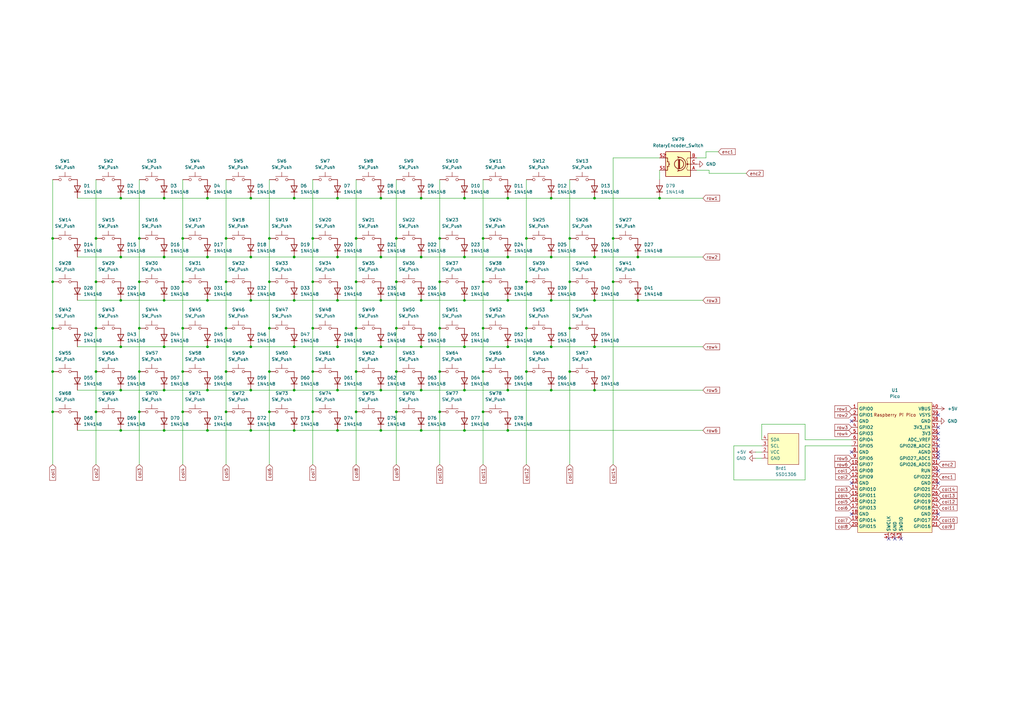
<source format=kicad_sch>
(kicad_sch (version 20250114) (generator "eeschema") (generator_version "9.0")
  (paper "A3")
  (junction (at 215.9 152.4))
  (junction (at 85.09 176.53))
  (junction (at 226.06 105.41))
  (junction (at 180.34 115.57))
  (junction (at 162.56 152.4))
  (junction (at 110.49 134.62))
  (junction (at 39.37 115.57))
  (junction (at 198.12 115.57))
  (junction (at 233.68 152.4))
  (junction (at 156.21 160.02))
  (junction (at 39.37 168.91))
  (junction (at 85.09 81.28))
  (junction (at 172.72 81.28))
  (junction (at 138.43 142.24))
  (junction (at 226.06 81.28))
  (junction (at 198.12 152.4))
  (junction (at 49.53 176.53))
  (junction (at 172.72 160.02))
  (junction (at 156.21 123.19))
  (junction (at 102.87 142.24))
  (junction (at 57.15 134.62))
  (junction (at 198.12 97.79))
  (junction (at 67.31 142.24))
  (junction (at 243.84 105.41))
  (junction (at 215.9 115.57))
  (junction (at 243.84 142.24))
  (junction (at 128.27 115.57))
  (junction (at 251.46 97.79))
  (junction (at 146.05 168.91))
  (junction (at 85.09 142.24))
  (junction (at 190.5 123.19))
  (junction (at 172.72 142.24))
  (junction (at 110.49 168.91))
  (junction (at 74.93 134.62))
  (junction (at 215.9 97.79))
  (junction (at 172.72 105.41))
  (junction (at 102.87 81.28))
  (junction (at 85.09 123.19))
  (junction (at 128.27 134.62))
  (junction (at 128.27 97.79))
  (junction (at 156.21 81.28))
  (junction (at 146.05 97.79))
  (junction (at 49.53 160.02))
  (junction (at 120.65 123.19))
  (junction (at 233.68 134.62))
  (junction (at 49.53 123.19))
  (junction (at 92.71 168.91))
  (junction (at 172.72 176.53))
  (junction (at 198.12 168.91))
  (junction (at 128.27 168.91))
  (junction (at 49.53 81.28))
  (junction (at 102.87 160.02))
  (junction (at 208.28 160.02))
  (junction (at 226.06 123.19))
  (junction (at 21.59 152.4))
  (junction (at 57.15 152.4))
  (junction (at 21.59 168.91))
  (junction (at 67.31 123.19))
  (junction (at 92.71 97.79))
  (junction (at 85.09 160.02))
  (junction (at 21.59 134.62))
  (junction (at 49.53 105.41))
  (junction (at 146.05 115.57))
  (junction (at 57.15 97.79))
  (junction (at 120.65 81.28))
  (junction (at 226.06 142.24))
  (junction (at 172.72 123.19))
  (junction (at 49.53 142.24))
  (junction (at 67.31 105.41))
  (junction (at 74.93 97.79))
  (junction (at 162.56 115.57))
  (junction (at 243.84 123.19))
  (junction (at 190.5 176.53))
  (junction (at 85.09 105.41))
  (junction (at 21.59 97.79))
  (junction (at 120.65 105.41))
  (junction (at 102.87 123.19))
  (junction (at 67.31 160.02))
  (junction (at 120.65 176.53))
  (junction (at 39.37 97.79))
  (junction (at 190.5 81.28))
  (junction (at 180.34 97.79))
  (junction (at 208.28 81.28))
  (junction (at 261.62 123.19))
  (junction (at 57.15 115.57))
  (junction (at 128.27 152.4))
  (junction (at 180.34 134.62))
  (junction (at 102.87 176.53))
  (junction (at 215.9 134.62))
  (junction (at 190.5 160.02))
  (junction (at 74.93 168.91))
  (junction (at 208.28 142.24))
  (junction (at 110.49 97.79))
  (junction (at 226.06 160.02))
  (junction (at 138.43 176.53))
  (junction (at 120.65 142.24))
  (junction (at 198.12 134.62))
  (junction (at 180.34 152.4))
  (junction (at 110.49 115.57))
  (junction (at 39.37 134.62))
  (junction (at 120.65 160.02))
  (junction (at 102.87 105.41))
  (junction (at 190.5 105.41))
  (junction (at 233.68 97.79))
  (junction (at 156.21 105.41))
  (junction (at 156.21 142.24))
  (junction (at 138.43 105.41))
  (junction (at 146.05 152.4))
  (junction (at 146.05 134.62))
  (junction (at 208.28 176.53))
  (junction (at 92.71 134.62))
  (junction (at 208.28 123.19))
  (junction (at 208.28 105.41))
  (junction (at 180.34 168.91))
  (junction (at 261.62 105.41))
  (junction (at 138.43 160.02))
  (junction (at 39.37 152.4))
  (junction (at 243.84 81.28))
  (junction (at 74.93 152.4))
  (junction (at 162.56 168.91))
  (junction (at 233.68 115.57))
  (junction (at 138.43 123.19))
  (junction (at 156.21 176.53))
  (junction (at 67.31 81.28))
  (junction (at 251.46 115.57))
  (junction (at 92.71 152.4))
  (junction (at 162.56 134.62))
  (junction (at 243.84 160.02))
  (junction (at 138.43 81.28))
  (junction (at 110.49 152.4))
  (junction (at 57.15 168.91))
  (junction (at 74.93 115.57))
  (junction (at 162.56 97.79))
  (junction (at 21.59 115.57))
  (junction (at 270.51 81.28))
  (junction (at 190.5 142.24))
  (junction (at 67.31 176.53))
  (junction (at 92.71 115.57))
  (no_connect (at 384.81 175.26))
  (no_connect (at 384.81 186.69))
  (no_connect (at 364.49 220.98))
  (no_connect (at 349.25 210.82))
  (no_connect (at 367.03 220.98))
  (no_connect (at 384.81 193.04))
  (no_connect (at 384.81 185.42))
  (no_connect (at 384.81 180.34))
  (no_connect (at 384.81 198.12))
  (no_connect (at 349.25 185.42))
  (no_connect (at 349.25 198.12))
  (no_connect (at 369.57 220.98))
  (no_connect (at 384.81 182.88))
  (no_connect (at 384.81 210.82))
  (no_connect (at 349.25 172.72))
  (no_connect (at 384.81 187.96))
  (no_connect (at 384.81 177.8))
  (no_connect (at 384.81 170.18))
  (wire (pts (xy 74.93 168.91) (xy 74.93 190.5)))
  (wire (pts (xy 49.53 142.24) (xy 67.31 142.24)))
  (wire (pts (xy 330.2 182.88) (xy 330.2 196.85)))
  (wire (pts (xy 243.84 81.28) (xy 270.51 81.28)))
  (wire (pts (xy 31.75 81.28) (xy 49.53 81.28)))
  (wire (pts (xy 180.34 152.4) (xy 180.34 168.91)))
  (wire (pts (xy 215.9 134.62) (xy 215.9 152.4)))
  (wire (pts (xy 128.27 152.4) (xy 128.27 168.91)))
  (wire (pts (xy 261.62 105.41) (xy 288.29 105.41)))
  (wire (pts (xy 162.56 168.91) (xy 162.56 190.5)))
  (wire (pts (xy 215.9 115.57) (xy 215.9 134.62)))
  (wire (pts (xy 190.5 160.02) (xy 208.28 160.02)))
  (wire (pts (xy 120.65 123.19) (xy 138.43 123.19)))
  (wire (pts (xy 128.27 168.91) (xy 128.27 190.5)))
  (wire (pts (xy 226.06 123.19) (xy 243.84 123.19)))
  (wire (pts (xy 146.05 97.79) (xy 146.05 115.57)))
  (wire (pts (xy 290.83 69.85) (xy 285.75 69.85)))
  (wire (pts (xy 138.43 142.24) (xy 156.21 142.24)))
  (wire (pts (xy 120.65 81.28) (xy 138.43 81.28)))
  (wire (pts (xy 243.84 105.41) (xy 261.62 105.41)))
  (wire (pts (xy 120.65 142.24) (xy 138.43 142.24)))
  (wire (pts (xy 198.12 134.62) (xy 198.12 152.4)))
  (wire (pts (xy 172.72 105.41) (xy 190.5 105.41)))
  (wire (pts (xy 92.71 152.4) (xy 92.71 168.91)))
  (wire (pts (xy 172.72 81.28) (xy 190.5 81.28)))
  (wire (pts (xy 102.87 105.41) (xy 120.65 105.41)))
  (wire (pts (xy 180.34 134.62) (xy 180.34 152.4)))
  (wire (pts (xy 31.75 176.53) (xy 49.53 176.53)))
  (wire (pts (xy 67.31 176.53) (xy 85.09 176.53)))
  (wire (pts (xy 180.34 97.79) (xy 180.34 115.57)))
  (wire (pts (xy 102.87 160.02) (xy 120.65 160.02)))
  (wire (pts (xy 233.68 73.66) (xy 233.68 97.79)))
  (wire (pts (xy 312.42 185.42) (xy 309.88 185.42)))
  (wire (pts (xy 21.59 115.57) (xy 21.59 134.62)))
  (wire (pts (xy 180.34 73.66) (xy 180.34 97.79)))
  (wire (pts (xy 349.25 182.88) (xy 330.2 182.88)))
  (wire (pts (xy 215.9 73.66) (xy 215.9 97.79)))
  (wire (pts (xy 190.5 81.28) (xy 208.28 81.28)))
  (wire (pts (xy 102.87 123.19) (xy 120.65 123.19)))
  (wire (pts (xy 49.53 105.41) (xy 67.31 105.41)))
  (wire (pts (xy 270.51 64.77) (xy 251.46 64.77)))
  (wire (pts (xy 110.49 168.91) (xy 110.49 190.5)))
  (wire (pts (xy 146.05 152.4) (xy 146.05 168.91)))
  (wire (pts (xy 162.56 134.62) (xy 162.56 152.4)))
  (wire (pts (xy 198.12 115.57) (xy 198.12 134.62)))
  (wire (pts (xy 138.43 176.53) (xy 156.21 176.53)))
  (wire (pts (xy 138.43 123.19) (xy 156.21 123.19)))
  (wire (pts (xy 208.28 142.24) (xy 226.06 142.24)))
  (wire (pts (xy 74.93 115.57) (xy 74.93 134.62)))
  (wire (pts (xy 120.65 160.02) (xy 138.43 160.02)))
  (wire (pts (xy 289.56 64.77) (xy 285.75 64.77)))
  (wire (pts (xy 39.37 115.57) (xy 39.37 134.62)))
  (wire (pts (xy 138.43 160.02) (xy 156.21 160.02)))
  (wire (pts (xy 198.12 168.91) (xy 198.12 190.5)))
  (wire (pts (xy 120.65 105.41) (xy 138.43 105.41)))
  (wire (pts (xy 92.71 168.91) (xy 92.71 190.5)))
  (wire (pts (xy 85.09 81.28) (xy 102.87 81.28)))
  (wire (pts (xy 74.93 97.79) (xy 74.93 115.57)))
  (wire (pts (xy 31.75 105.41) (xy 49.53 105.41)))
  (wire (pts (xy 243.84 123.19) (xy 261.62 123.19)))
  (wire (pts (xy 330.2 173.99) (xy 312.42 173.99)))
  (wire (pts (xy 102.87 142.24) (xy 120.65 142.24)))
  (wire (pts (xy 215.9 152.4) (xy 215.9 190.5)))
  (wire (pts (xy 156.21 176.53) (xy 172.72 176.53)))
  (wire (pts (xy 190.5 123.19) (xy 208.28 123.19)))
  (wire (pts (xy 243.84 142.24) (xy 288.29 142.24)))
  (wire (pts (xy 92.71 73.66) (xy 92.71 97.79)))
  (wire (pts (xy 57.15 134.62) (xy 57.15 152.4)))
  (wire (pts (xy 39.37 97.79) (xy 39.37 115.57)))
  (wire (pts (xy 57.15 168.91) (xy 57.15 190.5)))
  (wire (pts (xy 39.37 168.91) (xy 39.37 190.5)))
  (wire (pts (xy 128.27 97.79) (xy 128.27 115.57)))
  (wire (pts (xy 294.64 62.23) (xy 289.56 62.23)))
  (wire (pts (xy 110.49 134.62) (xy 110.49 152.4)))
  (wire (pts (xy 198.12 73.66) (xy 198.12 97.79)))
  (wire (pts (xy 306.07 71.12) (xy 290.83 71.12)))
  (wire (pts (xy 67.31 160.02) (xy 85.09 160.02)))
  (wire (pts (xy 226.06 160.02) (xy 243.84 160.02)))
  (wire (pts (xy 67.31 123.19) (xy 85.09 123.19)))
  (wire (pts (xy 156.21 160.02) (xy 172.72 160.02)))
  (wire (pts (xy 49.53 160.02) (xy 67.31 160.02)))
  (wire (pts (xy 138.43 81.28) (xy 156.21 81.28)))
  (wire (pts (xy 57.15 97.79) (xy 57.15 115.57)))
  (wire (pts (xy 156.21 123.19) (xy 172.72 123.19)))
  (wire (pts (xy 146.05 73.66) (xy 146.05 97.79)))
  (wire (pts (xy 110.49 115.57) (xy 110.49 134.62)))
  (wire (pts (xy 67.31 105.41) (xy 85.09 105.41)))
  (wire (pts (xy 138.43 105.41) (xy 156.21 105.41)))
  (wire (pts (xy 261.62 123.19) (xy 288.29 123.19)))
  (wire (pts (xy 39.37 73.66) (xy 39.37 97.79)))
  (wire (pts (xy 21.59 152.4) (xy 21.59 168.91)))
  (wire (pts (xy 180.34 168.91) (xy 180.34 190.5)))
  (wire (pts (xy 233.68 97.79) (xy 233.68 115.57)))
  (wire (pts (xy 85.09 142.24) (xy 102.87 142.24)))
  (wire (pts (xy 226.06 142.24) (xy 243.84 142.24)))
  (wire (pts (xy 330.2 180.34) (xy 330.2 173.99)))
  (wire (pts (xy 156.21 81.28) (xy 172.72 81.28)))
  (wire (pts (xy 110.49 97.79) (xy 110.49 115.57)))
  (wire (pts (xy 57.15 152.4) (xy 57.15 168.91)))
  (wire (pts (xy 208.28 176.53) (xy 288.29 176.53)))
  (wire (pts (xy 172.72 160.02) (xy 190.5 160.02)))
  (wire (pts (xy 208.28 123.19) (xy 226.06 123.19)))
  (wire (pts (xy 67.31 142.24) (xy 85.09 142.24)))
  (wire (pts (xy 251.46 97.79) (xy 251.46 115.57)))
  (wire (pts (xy 120.65 176.53) (xy 138.43 176.53)))
  (wire (pts (xy 57.15 73.66) (xy 57.15 97.79)))
  (wire (pts (xy 190.5 176.53) (xy 208.28 176.53)))
  (wire (pts (xy 21.59 168.91) (xy 21.59 190.5)))
  (wire (pts (xy 290.83 71.12) (xy 290.83 69.85)))
  (wire (pts (xy 156.21 142.24) (xy 172.72 142.24)))
  (wire (pts (xy 39.37 152.4) (xy 39.37 168.91)))
  (wire (pts (xy 49.53 123.19) (xy 67.31 123.19)))
  (wire (pts (xy 92.71 134.62) (xy 92.71 152.4)))
  (wire (pts (xy 39.37 134.62) (xy 39.37 152.4)))
  (wire (pts (xy 289.56 62.23) (xy 289.56 64.77)))
  (wire (pts (xy 146.05 168.91) (xy 146.05 190.5)))
  (wire (pts (xy 198.12 152.4) (xy 198.12 168.91)))
  (wire (pts (xy 208.28 160.02) (xy 226.06 160.02)))
  (wire (pts (xy 110.49 73.66) (xy 110.49 97.79)))
  (wire (pts (xy 156.21 105.41) (xy 172.72 105.41)))
  (wire (pts (xy 300.99 196.85) (xy 300.99 182.88)))
  (wire (pts (xy 49.53 81.28) (xy 67.31 81.28)))
  (wire (pts (xy 251.46 115.57) (xy 251.46 190.5)))
  (wire (pts (xy 270.51 81.28) (xy 288.29 81.28)))
  (wire (pts (xy 233.68 152.4) (xy 233.68 190.5)))
  (wire (pts (xy 74.93 152.4) (xy 74.93 168.91)))
  (wire (pts (xy 208.28 81.28) (xy 226.06 81.28)))
  (wire (pts (xy 226.06 105.41) (xy 243.84 105.41)))
  (wire (pts (xy 233.68 115.57) (xy 233.68 134.62)))
  (wire (pts (xy 312.42 173.99) (xy 312.42 180.34)))
  (wire (pts (xy 128.27 134.62) (xy 128.27 152.4)))
  (wire (pts (xy 251.46 64.77) (xy 251.46 97.79)))
  (wire (pts (xy 162.56 152.4) (xy 162.56 168.91)))
  (wire (pts (xy 172.72 142.24) (xy 190.5 142.24)))
  (wire (pts (xy 180.34 115.57) (xy 180.34 134.62)))
  (wire (pts (xy 162.56 115.57) (xy 162.56 134.62)))
  (wire (pts (xy 349.25 180.34) (xy 330.2 180.34)))
  (wire (pts (xy 57.15 115.57) (xy 57.15 134.62)))
  (wire (pts (xy 172.72 176.53) (xy 190.5 176.53)))
  (wire (pts (xy 208.28 105.41) (xy 226.06 105.41)))
  (wire (pts (xy 74.93 73.66) (xy 74.93 97.79)))
  (wire (pts (xy 92.71 115.57) (xy 92.71 134.62)))
  (wire (pts (xy 110.49 152.4) (xy 110.49 168.91)))
  (wire (pts (xy 198.12 97.79) (xy 198.12 115.57)))
  (wire (pts (xy 102.87 81.28) (xy 120.65 81.28)))
  (wire (pts (xy 85.09 160.02) (xy 102.87 160.02)))
  (wire (pts (xy 31.75 160.02) (xy 49.53 160.02)))
  (wire (pts (xy 21.59 73.66) (xy 21.59 97.79)))
  (wire (pts (xy 233.68 134.62) (xy 233.68 152.4)))
  (wire (pts (xy 226.06 81.28) (xy 243.84 81.28)))
  (wire (pts (xy 92.71 97.79) (xy 92.71 115.57)))
  (wire (pts (xy 330.2 196.85) (xy 300.99 196.85)))
  (wire (pts (xy 146.05 115.57) (xy 146.05 134.62)))
  (wire (pts (xy 31.75 123.19) (xy 49.53 123.19)))
  (wire (pts (xy 312.42 187.96) (xy 309.88 187.96)))
  (wire (pts (xy 74.93 134.62) (xy 74.93 152.4)))
  (wire (pts (xy 190.5 105.41) (xy 208.28 105.41)))
  (wire (pts (xy 162.56 97.79) (xy 162.56 115.57)))
  (wire (pts (xy 215.9 97.79) (xy 215.9 115.57)))
  (wire (pts (xy 102.87 176.53) (xy 120.65 176.53)))
  (wire (pts (xy 128.27 115.57) (xy 128.27 134.62)))
  (wire (pts (xy 162.56 73.66) (xy 162.56 97.79)))
  (wire (pts (xy 21.59 134.62) (xy 21.59 152.4)))
  (wire (pts (xy 85.09 123.19) (xy 102.87 123.19)))
  (wire (pts (xy 128.27 73.66) (xy 128.27 97.79)))
  (wire (pts (xy 172.72 123.19) (xy 190.5 123.19)))
  (wire (pts (xy 85.09 176.53) (xy 102.87 176.53)))
  (wire (pts (xy 146.05 134.62) (xy 146.05 152.4)))
  (wire (pts (xy 300.99 182.88) (xy 312.42 182.88)))
  (wire (pts (xy 190.5 142.24) (xy 208.28 142.24)))
  (wire (pts (xy 270.51 69.85) (xy 270.51 73.66)))
  (wire (pts (xy 31.75 142.24) (xy 49.53 142.24)))
  (wire (pts (xy 243.84 160.02) (xy 288.29 160.02)))
  (wire (pts (xy 49.53 176.53) (xy 67.31 176.53)))
  (wire (pts (xy 67.31 81.28) (xy 85.09 81.28)))
  (wire (pts (xy 85.09 105.41) (xy 102.87 105.41)))
  (wire (pts (xy 21.59 97.79) (xy 21.59 115.57)))
  (global_label "row4" (shape input) (at 349.25 177.8 180) (property "Intersheetrefs" "${INTERSHEET_REFS}" (effects (hide yes))))
  (global_label "col11" (shape input) (at 198.12 190.5 270) (property "Intersheetrefs" "${INTERSHEET_REFS}" (effects (hide yes))))
  (global_label "col13" (shape input) (at 384.81 203.2 0) (property "Intersheetrefs" "${INTERSHEET_REFS}" (effects (hide yes))))
  (global_label "row2" (shape input) (at 349.25 170.18 180) (property "Intersheetrefs" "${INTERSHEET_REFS}" (effects (hide yes))))
  (global_label "col11" (shape input) (at 384.81 208.28 0) (property "Intersheetrefs" "${INTERSHEET_REFS}" (effects (hide yes))))
  (global_label "col9" (shape input) (at 384.81 215.9 0) (property "Intersheetrefs" "${INTERSHEET_REFS}" (effects (hide yes))))
  (global_label "col7" (shape input) (at 128.27 190.5 270) (property "Intersheetrefs" "${INTERSHEET_REFS}" (effects (hide yes))))
  (global_label "row5" (shape input) (at 349.25 187.96 180) (property "Intersheetrefs" "${INTERSHEET_REFS}" (effects (hide yes))))
  (global_label "col3" (shape input) (at 349.25 200.66 180) (property "Intersheetrefs" "${INTERSHEET_REFS}" (effects (hide yes))))
  (global_label "col2" (shape input) (at 349.25 195.58 180) (property "Intersheetrefs" "${INTERSHEET_REFS}" (effects (hide yes))))
  (global_label "col12" (shape input) (at 215.9 190.5 270) (property "Intersheetrefs" "${INTERSHEET_REFS}" (effects (hide yes))))
  (global_label "row4" (shape input) (at 288.29 142.24 0) (property "Intersheetrefs" "${INTERSHEET_REFS}" (effects (hide yes))))
  (global_label "row2" (shape input) (at 288.29 105.41 0) (property "Intersheetrefs" "${INTERSHEET_REFS}" (effects (hide yes))))
  (global_label "row6" (shape input) (at 349.25 190.5 180) (property "Intersheetrefs" "${INTERSHEET_REFS}" (effects (hide yes))))
  (global_label "col3" (shape input) (at 57.15 190.5 270) (property "Intersheetrefs" "${INTERSHEET_REFS}" (effects (hide yes))))
  (global_label "col7" (shape input) (at 349.25 213.36 180) (property "Intersheetrefs" "${INTERSHEET_REFS}" (effects (hide yes))))
  (global_label "row6" (shape input) (at 288.29 176.53 0) (property "Intersheetrefs" "${INTERSHEET_REFS}" (effects (hide yes))))
  (global_label "col14" (shape input) (at 251.46 190.5 270) (property "Intersheetrefs" "${INTERSHEET_REFS}" (effects (hide yes))))
  (global_label "col8" (shape input) (at 349.25 215.9 180) (property "Intersheetrefs" "${INTERSHEET_REFS}" (effects (hide yes))))
  (global_label "col1" (shape input) (at 349.25 193.04 180) (property "Intersheetrefs" "${INTERSHEET_REFS}" (effects (hide yes))))
  (global_label "col2" (shape input) (at 39.37 190.5 270) (property "Intersheetrefs" "${INTERSHEET_REFS}" (effects (hide yes))))
  (global_label "col4" (shape input) (at 74.93 190.5 270) (property "Intersheetrefs" "${INTERSHEET_REFS}" (effects (hide yes))))
  (global_label "col6" (shape input) (at 110.49 190.5 270) (property "Intersheetrefs" "${INTERSHEET_REFS}" (effects (hide yes))))
  (global_label "col13" (shape input) (at 233.68 190.5 270) (property "Intersheetrefs" "${INTERSHEET_REFS}" (effects (hide yes))))
  (global_label "col12" (shape input) (at 384.81 205.74 0) (property "Intersheetrefs" "${INTERSHEET_REFS}" (effects (hide yes))))
  (global_label "col1" (shape input) (at 21.59 190.5 270) (property "Intersheetrefs" "${INTERSHEET_REFS}" (effects (hide yes))))
  (global_label "enc1" (shape input) (at 294.64 62.23 0) (property "Intersheetrefs" "${INTERSHEET_REFS}" (effects (hide yes))))
  (global_label "row5" (shape input) (at 288.29 160.02 0) (property "Intersheetrefs" "${INTERSHEET_REFS}" (effects (hide yes))))
  (global_label "col10" (shape input) (at 384.81 213.36 0) (property "Intersheetrefs" "${INTERSHEET_REFS}" (effects (hide yes))))
  (global_label "col5" (shape input) (at 349.25 205.74 180) (property "Intersheetrefs" "${INTERSHEET_REFS}" (effects (hide yes))))
  (global_label "col9" (shape input) (at 162.56 190.5 270) (property "Intersheetrefs" "${INTERSHEET_REFS}" (effects (hide yes))))
  (global_label "row1" (shape input) (at 288.29 81.28 0) (property "Intersheetrefs" "${INTERSHEET_REFS}" (effects (hide yes))))
  (global_label "row1" (shape input) (at 349.25 167.64 180) (property "Intersheetrefs" "${INTERSHEET_REFS}" (effects (hide yes))))
  (global_label "enc1" (shape input) (at 384.81 195.58 0) (property "Intersheetrefs" "${INTERSHEET_REFS}" (effects (hide yes))))
  (global_label "row3" (shape input) (at 349.25 175.26 180) (property "Intersheetrefs" "${INTERSHEET_REFS}" (effects (hide yes))))
  (global_label "enc2" (shape input) (at 306.07 71.12 0) (property "Intersheetrefs" "${INTERSHEET_REFS}" (effects (hide yes))))
  (global_label "col6" (shape input) (at 349.25 208.28 180) (property "Intersheetrefs" "${INTERSHEET_REFS}" (effects (hide yes))))
  (global_label "col4" (shape input) (at 349.25 203.2 180) (property "Intersheetrefs" "${INTERSHEET_REFS}" (effects (hide yes))))
  (global_label "col14" (shape input) (at 384.81 200.66 0) (property "Intersheetrefs" "${INTERSHEET_REFS}" (effects (hide yes))))
  (global_label "col10" (shape input) (at 180.34 190.5 270) (property "Intersheetrefs" "${INTERSHEET_REFS}" (effects (hide yes))))
  (global_label "row3" (shape input) (at 288.29 123.19 0) (property "Intersheetrefs" "${INTERSHEET_REFS}" (effects (hide yes))))
  (global_label "col5" (shape input) (at 92.71 190.5 270) (property "Intersheetrefs" "${INTERSHEET_REFS}" (effects (hide yes))))
  (global_label "col8" (shape input) (at 146.05 190.5 270) (property "Intersheetrefs" "${INTERSHEET_REFS}" (effects (hide yes))))
  (global_label "enc2" (shape input) (at 384.81 190.5 0) (property "Intersheetrefs" "${INTERSHEET_REFS}" (effects (hide yes))))
  (symbol (lib_id "Switch:SW_Push") (at 203.2 97.79 0) (unit 1)
    (property "Reference" "SW24" (at 203.2 90.17 0))
    (property "Value" "SW_Push" (at 203.2 92.71 0))
    (property "Footprint" "Button_Switch_Keyboard:SW_Cherry_MX_1.00u_PCB" (effects (hide yes)))
    (property "Description" "Push button switch, generic, two pins" (effects (hide yes)))
  )
  (symbol (lib_id "Diode:1N4148") (at 85.09 172.72 90) (unit 1)
    (property "Reference" "D71" (at 87.63 171.4499 90) (effects (justify right)))
    (property "Value" "1N4148" (at 87.63 173.9899 90) (effects (justify right)))
    (property "Footprint" "Diode_THT:D_DO-35_SOD27_P7.62mm_Horizontal" (effects (hide yes)))
    (property "Datasheet" "https://assets.nexperia.com/documents/data-sheet/1N4148_1N4448.pdf" (effects (hide yes)))
    (property "Description" "100V 0.15A standard switching diode, DO-35" (effects (hide yes)))
    (property "Sim.Device" "D" (effects (hide yes)))
    (property "Sim.Pins" "1=K 2=A" (effects (hide yes)))
  )
  (symbol (lib_id "Switch:SW_Push") (at 256.54 115.57 0) (unit 1)
    (property "Reference" "SW41" (at 256.54 107.95 0))
    (property "Value" "SW_Push" (at 256.54 110.49 0))
    (property "Footprint" "Button_Switch_Keyboard:SW_Cherry_MX_1.50u_PCB" (effects (hide yes)))
    (property "Description" "Push button switch, generic, two pins" (effects (hide yes)))
  )
  (symbol (lib_id "Diode:1N4148") (at 208.28 119.38 90) (unit 1)
    (property "Reference" "D38" (at 210.82 118.1099 90) (effects (justify right)))
    (property "Value" "1N4148" (at 210.82 120.6499 90) (effects (justify right)))
    (property "Footprint" "Diode_THT:D_DO-35_SOD27_P7.62mm_Horizontal" (effects (hide yes)))
    (property "Datasheet" "https://assets.nexperia.com/documents/data-sheet/1N4148_1N4448.pdf" (effects (hide yes)))
    (property "Description" "100V 0.15A standard switching diode, DO-35" (effects (hide yes)))
    (property "Sim.Device" "D" (effects (hide yes)))
    (property "Sim.Pins" "1=K 2=A" (effects (hide yes)))
  )
  (symbol (lib_id "SSD1306-128x64_OLED:SSD1306") (at 321.31 184.15 90) (unit 1)
    (property "Reference" "Brd1" (at 318.008 192.024 90) (effects (justify right)))
    (property "Value" "SSD1306" (at 318.008 194.564 90) (effects (justify right)))
    (property "Footprint" "KiCad-SSD1306-0.91-OLED-4pin-128x32.pretty-master:SSD1306-0.91-OLED-4pin-128x32" (effects (hide yes)))
    (property "Description" "SSD1306 OLED" (effects (hide yes)))
  )
  (symbol (lib_id "Switch:SW_Push") (at 97.79 115.57 0) (unit 1)
    (property "Reference" "SW32" (at 97.79 107.95 0))
    (property "Value" "SW_Push" (at 97.79 110.49 0))
    (property "Footprint" "Button_Switch_Keyboard:SW_Cherry_MX_1.00u_PCB" (effects (hide yes)))
    (property "Description" "Push button switch, generic, two pins" (effects (hide yes)))
  )
  (symbol (lib_id "Switch:SW_Push") (at 133.35 152.4 0) (unit 1)
    (property "Reference" "SW61" (at 133.35 144.78 0))
    (property "Value" "SW_Push" (at 133.35 147.32 0))
    (property "Footprint" "Button_Switch_Keyboard:SW_Cherry_MX_1.00u_PCB" (effects (hide yes)))
    (property "Description" "Push button switch, generic, two pins" (effects (hide yes)))
  )
  (symbol (lib_id "Switch:SW_Push") (at 80.01 152.4 0) (unit 1)
    (property "Reference" "SW58" (at 80.01 144.78 0))
    (property "Value" "SW_Push" (at 80.01 147.32 0))
    (property "Footprint" "Button_Switch_Keyboard:SW_Cherry_MX_1.00u_PCB" (effects (hide yes)))
    (property "Description" "Push button switch, generic, two pins" (effects (hide yes)))
  )
  (symbol (lib_id "Diode:1N4148") (at 138.43 156.21 90) (unit 1)
    (property "Reference" "D61" (at 140.97 154.9399 90) (effects (justify right)))
    (property "Value" "1N4148" (at 140.97 157.4799 90) (effects (justify right)))
    (property "Footprint" "Diode_THT:D_DO-35_SOD27_P7.62mm_Horizontal" (effects (hide yes)))
    (property "Datasheet" "https://assets.nexperia.com/documents/data-sheet/1N4148_1N4448.pdf" (effects (hide yes)))
    (property "Description" "100V 0.15A standard switching diode, DO-35" (effects (hide yes)))
    (property "Sim.Device" "D" (effects (hide yes)))
    (property "Sim.Pins" "1=K 2=A" (effects (hide yes)))
  )
  (symbol (lib_id "Diode:1N4148") (at 102.87 119.38 90) (unit 1)
    (property "Reference" "D32" (at 105.41 118.1099 90) (effects (justify right)))
    (property "Value" "1N4148" (at 105.41 120.6499 90) (effects (justify right)))
    (property "Footprint" "Diode_THT:D_DO-35_SOD27_P7.62mm_Horizontal" (effects (hide yes)))
    (property "Datasheet" "https://assets.nexperia.com/documents/data-sheet/1N4148_1N4448.pdf" (effects (hide yes)))
    (property "Description" "100V 0.15A standard switching diode, DO-35" (effects (hide yes)))
    (property "Sim.Device" "D" (effects (hide yes)))
    (property "Sim.Pins" "1=K 2=A" (effects (hide yes)))
  )
  (symbol (lib_id "Switch:SW_Push") (at 151.13 97.79 0) (unit 1)
    (property "Reference" "SW21" (at 151.13 90.17 0))
    (property "Value" "SW_Push" (at 151.13 92.71 0))
    (property "Footprint" "Button_Switch_Keyboard:SW_Cherry_MX_1.00u_PCB" (effects (hide yes)))
    (property "Description" "Push button switch, generic, two pins" (effects (hide yes)))
  )
  (symbol (lib_id "Diode:1N4148") (at 85.09 77.47 90) (unit 1)
    (property "Reference" "D4" (at 87.63 76.1999 90) (effects (justify right)))
    (property "Value" "1N4148" (at 87.63 78.7399 90) (effects (justify right)))
    (property "Footprint" "Diode_THT:D_DO-35_SOD27_P7.62mm_Horizontal" (effects (hide yes)))
    (property "Datasheet" "https://assets.nexperia.com/documents/data-sheet/1N4148_1N4448.pdf" (effects (hide yes)))
    (property "Description" "100V 0.15A standard switching diode, DO-35" (effects (hide yes)))
    (property "Sim.Device" "D" (effects (hide yes)))
    (property "Sim.Pins" "1=K 2=A" (effects (hide yes)))
  )
  (symbol (lib_id "Diode:1N4148") (at 67.31 138.43 90) (unit 1)
    (property "Reference" "D44" (at 69.85 137.1599 90) (effects (justify right)))
    (property "Value" "1N4148" (at 69.85 139.6999 90) (effects (justify right)))
    (property "Footprint" "Diode_THT:D_DO-35_SOD27_P7.62mm_Horizontal" (effects (hide yes)))
    (property "Datasheet" "https://assets.nexperia.com/documents/data-sheet/1N4148_1N4448.pdf" (effects (hide yes)))
    (property "Description" "100V 0.15A standard switching diode, DO-35" (effects (hide yes)))
    (property "Sim.Device" "D" (effects (hide yes)))
    (property "Sim.Pins" "1=K 2=A" (effects (hide yes)))
  )
  (symbol (lib_id "Switch:SW_Push") (at 238.76 152.4 0) (unit 1)
    (property "Reference" "SW67" (at 238.76 144.78 0))
    (property "Value" "SW_Push" (at 238.76 147.32 0))
    (property "Footprint" "Button_Switch_Keyboard:SW_Cherry_MX_1.00u_PCB" (effects (hide yes)))
    (property "Description" "Push button switch, generic, two pins" (effects (hide yes)))
  )
  (symbol (lib_id "Switch:SW_Push") (at 151.13 152.4 0) (unit 1)
    (property "Reference" "SW62" (at 151.13 144.78 0))
    (property "Value" "SW_Push" (at 151.13 147.32 0))
    (property "Footprint" "Button_Switch_Keyboard:SW_Cherry_MX_1.00u_PCB" (effects (hide yes)))
    (property "Description" "Push button switch, generic, two pins" (effects (hide yes)))
  )
  (symbol (lib_id "Switch:SW_Push") (at 220.98 73.66 0) (unit 1)
    (property "Reference" "SW12" (at 220.98 66.04 0))
    (property "Value" "SW_Push" (at 220.98 68.58 0))
    (property "Footprint" "Button_Switch_Keyboard:SW_Cherry_MX_1.00u_PCB" (effects (hide yes)))
    (property "Description" "Push button switch, generic, two pins" (effects (hide yes)))
  )
  (symbol (lib_id "Switch:SW_Push") (at 115.57 97.79 0) (unit 1)
    (property "Reference" "SW19" (at 115.57 90.17 0))
    (property "Value" "SW_Push" (at 115.57 92.71 0))
    (property "Footprint" "Button_Switch_Keyboard:SW_Cherry_MX_1.00u_PCB" (effects (hide yes)))
    (property "Description" "Push button switch, generic, two pins" (effects (hide yes)))
  )
  (symbol (lib_id "Switch:SW_Push") (at 167.64 115.57 0) (unit 1)
    (property "Reference" "SW36" (at 167.64 107.95 0))
    (property "Value" "SW_Push" (at 167.64 110.49 0))
    (property "Footprint" "Button_Switch_Keyboard:SW_Cherry_MX_1.00u_PCB" (effects (hide yes)))
    (property "Description" "Push button switch, generic, two pins" (effects (hide yes)))
  )
  (symbol (lib_id "Switch:SW_Push") (at 220.98 115.57 0) (unit 1)
    (property "Reference" "SW39" (at 220.98 107.95 0))
    (property "Value" "SW_Push" (at 220.98 110.49 0))
    (property "Footprint" "Button_Switch_Keyboard:SW_Cherry_MX_1.00u_PCB" (effects (hide yes)))
    (property "Description" "Push button switch, generic, two pins" (effects (hide yes)))
  )
  (symbol (lib_id "Diode:1N4148") (at 120.65 172.72 90) (unit 1)
    (property "Reference" "D73" (at 123.19 171.4499 90) (effects (justify right)))
    (property "Value" "1N4148" (at 123.19 173.9899 90) (effects (justify right)))
    (property "Footprint" "Diode_THT:D_DO-35_SOD27_P7.62mm_Horizontal" (effects (hide yes)))
    (property "Datasheet" "https://assets.nexperia.com/documents/data-sheet/1N4148_1N4448.pdf" (effects (hide yes)))
    (property "Description" "100V 0.15A standard switching diode, DO-35" (effects (hide yes)))
    (property "Sim.Device" "D" (effects (hide yes)))
    (property "Sim.Pins" "1=K 2=A" (effects (hide yes)))
  )
  (symbol (lib_id "Switch:SW_Push") (at 44.45 73.66 0) (unit 1)
    (property "Reference" "SW2" (at 44.45 66.04 0))
    (property "Value" "SW_Push" (at 44.45 68.58 0))
    (property "Footprint" "Button_Switch_Keyboard:SW_Cherry_MX_1.00u_PCB" (effects (hide yes)))
    (property "Description" "Push button switch, generic, two pins" (effects (hide yes)))
  )
  (symbol (lib_id "Diode:1N4148") (at 172.72 77.47 90) (unit 1)
    (property "Reference" "D9" (at 175.26 76.1999 90) (effects (justify right)))
    (property "Value" "1N4148" (at 175.26 78.7399 90) (effects (justify right)))
    (property "Footprint" "Diode_THT:D_DO-35_SOD27_P7.62mm_Horizontal" (effects (hide yes)))
    (property "Datasheet" "https://assets.nexperia.com/documents/data-sheet/1N4148_1N4448.pdf" (effects (hide yes)))
    (property "Description" "100V 0.15A standard switching diode, DO-35" (effects (hide yes)))
    (property "Sim.Device" "D" (effects (hide yes)))
    (property "Sim.Pins" "1=K 2=A" (effects (hide yes)))
  )
  (symbol (lib_id "Diode:1N4148") (at 49.53 172.72 90) (unit 1)
    (property "Reference" "D69" (at 52.07 171.4499 90) (effects (justify right)))
    (property "Value" "1N4148" (at 52.07 173.9899 90) (effects (justify right)))
    (property "Footprint" "Diode_THT:D_DO-35_SOD27_P7.62mm_Horizontal" (effects (hide yes)))
    (property "Datasheet" "https://assets.nexperia.com/documents/data-sheet/1N4148_1N4448.pdf" (effects (hide yes)))
    (property "Description" "100V 0.15A standard switching diode, DO-35" (effects (hide yes)))
    (property "Sim.Device" "D" (effects (hide yes)))
    (property "Sim.Pins" "1=K 2=A" (effects (hide yes)))
  )
  (symbol (lib_id "Diode:1N4148") (at 67.31 77.47 90) (unit 1)
    (property "Reference" "D3" (at 69.85 76.1999 90) (effects (justify right)))
    (property "Value" "1N4148" (at 69.85 78.7399 90) (effects (justify right)))
    (property "Footprint" "Diode_THT:D_DO-35_SOD27_P7.62mm_Horizontal" (effects (hide yes)))
    (property "Datasheet" "https://assets.nexperia.com/documents/data-sheet/1N4148_1N4448.pdf" (effects (hide yes)))
    (property "Description" "100V 0.15A standard switching diode, DO-35" (effects (hide yes)))
    (property "Sim.Device" "D" (effects (hide yes)))
    (property "Sim.Pins" "1=K 2=A" (effects (hide yes)))
  )
  (symbol (lib_id "Diode:1N4148") (at 85.09 138.43 90) (unit 1)
    (property "Reference" "D45" (at 87.63 137.1599 90) (effects (justify right)))
    (property "Value" "1N4148" (at 87.63 139.6999 90) (effects (justify right)))
    (property "Footprint" "Diode_THT:D_DO-35_SOD27_P7.62mm_Horizontal" (effects (hide yes)))
    (property "Datasheet" "https://assets.nexperia.com/documents/data-sheet/1N4148_1N4448.pdf" (effects (hide yes)))
    (property "Description" "100V 0.15A standard switching diode, DO-35" (effects (hide yes)))
    (property "Sim.Device" "D" (effects (hide yes)))
    (property "Sim.Pins" "1=K 2=A" (effects (hide yes)))
  )
  (symbol (lib_id "Switch:SW_Push") (at 44.45 115.57 0) (unit 1)
    (property "Reference" "SW29" (at 44.45 107.95 0))
    (property "Value" "SW_Push" (at 44.45 110.49 0))
    (property "Footprint" "Button_Switch_Keyboard:SW_Cherry_MX_1.00u_PCB" (effects (hide yes)))
    (property "Description" "Push button switch, generic, two pins" (effects (hide yes)))
  )
  (symbol (lib_id "Diode:1N4148") (at 243.84 101.6 90) (unit 1)
    (property "Reference" "D26" (at 246.38 100.3299 90) (effects (justify right)))
    (property "Value" "1N4148" (at 246.38 102.8699 90) (effects (justify right)))
    (property "Footprint" "Diode_THT:D_DO-35_SOD27_P7.62mm_Horizontal" (effects (hide yes)))
    (property "Datasheet" "https://assets.nexperia.com/documents/data-sheet/1N4148_1N4448.pdf" (effects (hide yes)))
    (property "Description" "100V 0.15A standard switching diode, DO-35" (effects (hide yes)))
    (property "Sim.Device" "D" (effects (hide yes)))
    (property "Sim.Pins" "1=K 2=A" (effects (hide yes)))
  )
  (symbol (lib_id "Diode:1N4148") (at 31.75 101.6 90) (unit 1)
    (property "Reference" "D14" (at 34.29 100.3299 90) (effects (justify right)))
    (property "Value" "1N4148" (at 34.29 102.8699 90) (effects (justify right)))
    (property "Footprint" "Diode_THT:D_DO-35_SOD27_P7.62mm_Horizontal" (effects (hide yes)))
    (property "Datasheet" "https://assets.nexperia.com/documents/data-sheet/1N4148_1N4448.pdf" (effects (hide yes)))
    (property "Description" "100V 0.15A standard switching diode, DO-35" (effects (hide yes)))
    (property "Sim.Device" "D" (effects (hide yes)))
    (property "Sim.Pins" "1=K 2=A" (effects (hide yes)))
  )
  (symbol (lib_id "Switch:SW_Push") (at 185.42 115.57 0) (unit 1)
    (property "Reference" "SW37" (at 185.42 107.95 0))
    (property "Value" "SW_Push" (at 185.42 110.49 0))
    (property "Footprint" "Button_Switch_Keyboard:SW_Cherry_MX_1.00u_PCB" (effects (hide yes)))
    (property "Description" "Push button switch, generic, two pins" (effects (hide yes)))
  )
  (symbol (lib_id "Switch:SW_Push") (at 238.76 97.79 0) (unit 1)
    (property "Reference" "SW26" (at 238.76 90.17 0))
    (property "Value" "SW_Push" (at 238.76 92.71 0))
    (property "Footprint" "Button_Switch_Keyboard:SW_Cherry_MX_1.00u_PCB" (effects (hide yes)))
    (property "Description" "Push button switch, generic, two pins" (effects (hide yes)))
  )
  (symbol (lib_id "Diode:1N4148") (at 190.5 172.72 90) (unit 1)
    (property "Reference" "D77" (at 193.04 171.4499 90) (effects (justify right)))
    (property "Value" "1N4148" (at 193.04 173.9899 90) (effects (justify right)))
    (property "Footprint" "Diode_THT:D_DO-35_SOD27_P7.62mm_Horizontal" (effects (hide yes)))
    (property "Datasheet" "https://assets.nexperia.com/documents/data-sheet/1N4148_1N4448.pdf" (effects (hide yes)))
    (property "Description" "100V 0.15A standard switching diode, DO-35" (effects (hide yes)))
    (property "Sim.Device" "D" (effects (hide yes)))
    (property "Sim.Pins" "1=K 2=A" (effects (hide yes)))
  )
  (symbol (lib_id "Diode:1N4148") (at 102.87 172.72 90) (unit 1)
    (property "Reference" "D72" (at 105.41 171.4499 90) (effects (justify right)))
    (property "Value" "1N4148" (at 105.41 173.9899 90) (effects (justify right)))
    (property "Footprint" "Diode_THT:D_DO-35_SOD27_P7.62mm_Horizontal" (effects (hide yes)))
    (property "Datasheet" "https://assets.nexperia.com/documents/data-sheet/1N4148_1N4448.pdf" (effects (hide yes)))
    (property "Description" "100V 0.15A standard switching diode, DO-35" (effects (hide yes)))
    (property "Sim.Device" "D" (effects (hide yes)))
    (property "Sim.Pins" "1=K 2=A" (effects (hide yes)))
  )
  (symbol (lib_id "Diode:1N4148") (at 120.65 138.43 90) (unit 1)
    (property "Reference" "D47" (at 123.19 137.1599 90) (effects (justify right)))
    (property "Value" "1N4148" (at 123.19 139.6999 90) (effects (justify right)))
    (property "Footprint" "Diode_THT:D_DO-35_SOD27_P7.62mm_Horizontal" (effects (hide yes)))
    (property "Datasheet" "https://assets.nexperia.com/documents/data-sheet/1N4148_1N4448.pdf" (effects (hide yes)))
    (property "Description" "100V 0.15A standard switching diode, DO-35" (effects (hide yes)))
    (property "Sim.Device" "D" (effects (hide yes)))
    (property "Sim.Pins" "1=K 2=A" (effects (hide yes)))
  )
  (symbol (lib_id "Switch:SW_Push") (at 115.57 115.57 0) (unit 1)
    (property "Reference" "SW33" (at 115.57 107.95 0))
    (property "Value" "SW_Push" (at 115.57 110.49 0))
    (property "Footprint" "Button_Switch_Keyboard:SW_Cherry_MX_1.00u_PCB" (effects (hide yes)))
    (property "Description" "Push button switch, generic, two pins" (effects (hide yes)))
  )
  (symbol (lib_id "Diode:1N4148") (at 172.72 138.43 90) (unit 1)
    (property "Reference" "D50" (at 175.26 137.1599 90) (effects (justify right)))
    (property "Value" "1N4148" (at 175.26 139.6999 90) (effects (justify right)))
    (property "Footprint" "Diode_THT:D_DO-35_SOD27_P7.62mm_Horizontal" (effects (hide yes)))
    (property "Datasheet" "https://assets.nexperia.com/documents/data-sheet/1N4148_1N4448.pdf" (effects (hide yes)))
    (property "Description" "100V 0.15A standard switching diode, DO-35" (effects (hide yes)))
    (property "Sim.Device" "D" (effects (hide yes)))
    (property "Sim.Pins" "1=K 2=A" (effects (hide yes)))
  )
  (symbol (lib_id "Switch:SW_Push") (at 62.23 73.66 0) (unit 1)
    (property "Reference" "SW3" (at 62.23 66.04 0))
    (property "Value" "SW_Push" (at 62.23 68.58 0))
    (property "Footprint" "Button_Switch_Keyboard:SW_Cherry_MX_1.00u_PCB" (effects (hide yes)))
    (property "Description" "Push button switch, generic, two pins" (effects (hide yes)))
  )
  (symbol (lib_id "Diode:1N4148") (at 31.75 138.43 90) (unit 1)
    (property "Reference" "D42" (at 34.29 137.1599 90) (effects (justify right)))
    (property "Value" "1N4148" (at 34.29 139.6999 90) (effects (justify right)))
    (property "Footprint" "Diode_THT:D_DO-35_SOD27_P7.62mm_Horizontal" (effects (hide yes)))
    (property "Datasheet" "https://assets.nexperia.com/documents/data-sheet/1N4148_1N4448.pdf" (effects (hide yes)))
    (property "Description" "100V 0.15A standard switching diode, DO-35" (effects (hide yes)))
    (property "Sim.Device" "D" (effects (hide yes)))
    (property "Sim.Pins" "1=K 2=A" (effects (hide yes)))
  )
  (symbol (lib_id "Switch:SW_Push") (at 97.79 97.79 0) (unit 1)
    (property "Reference" "SW18" (at 97.79 90.17 0))
    (property "Value" "SW_Push" (at 97.79 92.71 0))
    (property "Footprint" "Button_Switch_Keyboard:SW_Cherry_MX_1.00u_PCB" (effects (hide yes)))
    (property "Description" "Push button switch, generic, two pins" (effects (hide yes)))
  )
  (symbol (lib_id "Switch:SW_Push") (at 26.67 168.91 0) (unit 1)
    (property "Reference" "SW68" (at 26.67 161.29 0))
    (property "Value" "SW_Push" (at 26.67 163.83 0))
    (property "Footprint" "Button_Switch_Keyboard:SW_Cherry_MX_1.25u_PCB" (effects (hide yes)))
    (property "Description" "Push button switch, generic, two pins" (effects (hide yes)))
  )
  (symbol (lib_id "Switch:SW_Push") (at 167.64 73.66 0) (unit 1)
    (property "Reference" "SW9" (at 167.64 66.04 0))
    (property "Value" "SW_Push" (at 167.64 68.58 0))
    (property "Footprint" "Button_Switch_Keyboard:SW_Cherry_MX_1.00u_PCB" (effects (hide yes)))
    (property "Description" "Push button switch, generic, two pins" (effects (hide yes)))
  )
  (symbol (lib_id "Switch:SW_Push") (at 62.23 168.91 0) (unit 1)
    (property "Reference" "SW70" (at 62.23 161.29 0))
    (property "Value" "SW_Push" (at 62.23 163.83 0))
    (property "Footprint" "Button_Switch_Keyboard:SW_Cherry_MX_1.25u_PCB" (effects (hide yes)))
    (property "Description" "Push button switch, generic, two pins" (effects (hide yes)))
  )
  (symbol (lib_id "Diode:1N4148") (at 190.5 156.21 90) (unit 1)
    (property "Reference" "D64" (at 193.04 154.9399 90) (effects (justify right)))
    (property "Value" "1N4148" (at 193.04 157.4799 90) (effects (justify right)))
    (property "Footprint" "Diode_THT:D_DO-35_SOD27_P7.62mm_Horizontal" (effects (hide yes)))
    (property "Datasheet" "https://assets.nexperia.com/documents/data-sheet/1N4148_1N4448.pdf" (effects (hide yes)))
    (property "Description" "100V 0.15A standard switching diode, DO-35" (effects (hide yes)))
    (property "Sim.Device" "D" (effects (hide yes)))
    (property "Sim.Pins" "1=K 2=A" (effects (hide yes)))
  )
  (symbol (lib_id "Diode:1N4148") (at 102.87 156.21 90) (unit 1)
    (property "Reference" "D59" (at 105.41 154.9399 90) (effects (justify right)))
    (property "Value" "1N4148" (at 105.41 157.4799 90) (effects (justify right)))
    (property "Footprint" "Diode_THT:D_DO-35_SOD27_P7.62mm_Horizontal" (effects (hide yes)))
    (property "Datasheet" "https://assets.nexperia.com/documents/data-sheet/1N4148_1N4448.pdf" (effects (hide yes)))
    (property "Description" "100V 0.15A standard switching diode, DO-35" (effects (hide yes)))
    (property "Sim.Device" "D" (effects (hide yes)))
    (property "Sim.Pins" "1=K 2=A" (effects (hide yes)))
  )
  (symbol (lib_id "Switch:SW_Push") (at 44.45 152.4 0) (unit 1)
    (property "Reference" "SW56" (at 44.45 144.78 0))
    (property "Value" "SW_Push" (at 44.45 147.32 0))
    (property "Footprint" "Button_Switch_Keyboard:SW_Cherry_MX_1.00u_PCB" (effects (hide yes)))
    (property "Description" "Push button switch, generic, two pins" (effects (hide yes)))
  )
  (symbol (lib_id "Switch:SW_Push") (at 167.64 97.79 0) (unit 1)
    (property "Reference" "SW22" (at 167.64 90.17 0))
    (property "Value" "SW_Push" (at 167.64 92.71 0))
    (property "Footprint" "Button_Switch_Keyboard:SW_Cherry_MX_1.00u_PCB" (effects (hide yes)))
    (property "Description" "Push button switch, generic, two pins" (effects (hide yes)))
  )
  (symbol (lib_id "Switch:SW_Push") (at 80.01 134.62 0) (unit 1)
    (property "Reference" "SW45" (at 80.01 127 0))
    (property "Value" "SW_Push" (at 80.01 129.54 0))
    (property "Footprint" "Button_Switch_Keyboard:SW_Cherry_MX_1.00u_PCB" (effects (hide yes)))
    (property "Description" "Push button switch, generic, two pins" (effects (hide yes)))
  )
  (symbol (lib_id "Switch:SW_Push") (at 97.79 73.66 0) (unit 1)
    (property "Reference" "SW5" (at 97.79 66.04 0))
    (property "Value" "SW_Push" (at 97.79 68.58 0))
    (property "Footprint" "Button_Switch_Keyboard:SW_Cherry_MX_1.00u_PCB" (effects (hide yes)))
    (property "Description" "Push button switch, generic, two pins" (effects (hide yes)))
  )
  (symbol (lib_id "Diode:1N4148") (at 208.28 172.72 90) (unit 1)
    (property "Reference" "D78" (at 210.82 171.4499 90) (effects (justify right)))
    (property "Value" "1N4148" (at 210.82 173.9899 90) (effects (justify right)))
    (property "Footprint" "Diode_THT:D_DO-35_SOD27_P7.62mm_Horizontal" (effects (hide yes)))
    (property "Datasheet" "https://assets.nexperia.com/documents/data-sheet/1N4148_1N4448.pdf" (effects (hide yes)))
    (property "Description" "100V 0.15A standard switching diode, DO-35" (effects (hide yes)))
    (property "Sim.Device" "D" (effects (hide yes)))
    (property "Sim.Pins" "1=K 2=A" (effects (hide yes)))
  )
  (symbol (lib_id "Diode:1N4148") (at 49.53 156.21 90) (unit 1)
    (property "Reference" "D56" (at 52.07 154.9399 90) (effects (justify right)))
    (property "Value" "1N4148" (at 52.07 157.4799 90) (effects (justify right)))
    (property "Footprint" "Diode_THT:D_DO-35_SOD27_P7.62mm_Horizontal" (effects (hide yes)))
    (property "Datasheet" "https://assets.nexperia.com/documents/data-sheet/1N4148_1N4448.pdf" (effects (hide yes)))
    (property "Description" "100V 0.15A standard switching diode, DO-35" (effects (hide yes)))
    (property "Sim.Device" "D" (effects (hide yes)))
    (property "Sim.Pins" "1=K 2=A" (effects (hide yes)))
  )
  (symbol (lib_id "Diode:1N4148") (at 85.09 119.38 90) (unit 1)
    (property "Reference" "D31" (at 87.63 118.1099 90) (effects (justify right)))
    (property "Value" "1N4148" (at 87.63 120.6499 90) (effects (justify right)))
    (property "Footprint" "Diode_THT:D_DO-35_SOD27_P7.62mm_Horizontal" (effects (hide yes)))
    (property "Datasheet" "https://assets.nexperia.com/documents/data-sheet/1N4148_1N4448.pdf" (effects (hide yes)))
    (property "Description" "100V 0.15A standard switching diode, DO-35" (effects (hide yes)))
    (property "Sim.Device" "D" (effects (hide yes)))
    (property "Sim.Pins" "1=K 2=A" (effects (hide yes)))
  )
  (symbol (lib_id "Diode:1N4148") (at 31.75 172.72 90) (unit 1)
    (property "Reference" "D68" (at 34.29 171.4499 90) (effects (justify right)))
    (property "Value" "1N4148" (at 34.29 173.9899 90) (effects (justify right)))
    (property "Footprint" "Diode_THT:D_DO-35_SOD27_P7.62mm_Horizontal" (effects (hide yes)))
    (property "Datasheet" "https://assets.nexperia.com/documents/data-sheet/1N4148_1N4448.pdf" (effects (hide yes)))
    (property "Description" "100V 0.15A standard switching diode, DO-35" (effects (hide yes)))
    (property "Sim.Device" "D" (effects (hide yes)))
    (property "Sim.Pins" "1=K 2=A" (effects (hide yes)))
  )
  (symbol (lib_id "Diode:1N4148") (at 190.5 77.47 90) (unit 1)
    (property "Reference" "D10" (at 193.04 76.1999 90) (effects (justify right)))
    (property "Value" "1N4148" (at 193.04 78.7399 90) (effects (justify right)))
    (property "Footprint" "Diode_THT:D_DO-35_SOD27_P7.62mm_Horizontal" (effects (hide yes)))
    (property "Datasheet" "https://assets.nexperia.com/documents/data-sheet/1N4148_1N4448.pdf" (effects (hide yes)))
    (property "Description" "100V 0.15A standard switching diode, DO-35" (effects (hide yes)))
    (property "Sim.Device" "D" (effects (hide yes)))
    (property "Sim.Pins" "1=K 2=A" (effects (hide yes)))
  )
  (symbol (lib_id "Switch:SW_Push") (at 62.23 97.79 0) (unit 1)
    (property "Reference" "SW16" (at 62.23 90.17 0))
    (property "Value" "SW_Push" (at 62.23 92.71 0))
    (property "Footprint" "Button_Switch_Keyboard:SW_Cherry_MX_1.00u_PCB" (effects (hide yes)))
    (property "Description" "Push button switch, generic, two pins" (effects (hide yes)))
  )
  (symbol (lib_id "Diode:1N4148") (at 85.09 101.6 90) (unit 1)
    (property "Reference" "D17" (at 87.63 100.3299 90) (effects (justify right)))
    (property "Value" "1N4148" (at 87.63 102.8699 90) (effects (justify right)))
    (property "Footprint" "Diode_THT:D_DO-35_SOD27_P7.62mm_Horizontal" (effects (hide yes)))
    (property "Datasheet" "https://assets.nexperia.com/documents/data-sheet/1N4148_1N4448.pdf" (effects (hide yes)))
    (property "Description" "100V 0.15A standard switching diode, DO-35" (effects (hide yes)))
    (property "Sim.Device" "D" (effects (hide yes)))
    (property "Sim.Pins" "1=K 2=A" (effects (hide yes)))
  )
  (symbol (lib_id "Diode:1N4148") (at 49.53 101.6 90) (unit 1)
    (property "Reference" "D15" (at 52.07 100.3299 90) (effects (justify right)))
    (property "Value" "1N4148" (at 52.07 102.8699 90) (effects (justify right)))
    (property "Footprint" "Diode_THT:D_DO-35_SOD27_P7.62mm_Horizontal" (effects (hide yes)))
    (property "Datasheet" "https://assets.nexperia.com/documents/data-sheet/1N4148_1N4448.pdf" (effects (hide yes)))
    (property "Description" "100V 0.15A standard switching diode, DO-35" (effects (hide yes)))
    (property "Sim.Device" "D" (effects (hide yes)))
    (property "Sim.Pins" "1=K 2=A" (effects (hide yes)))
  )
  (symbol (lib_id "Diode:1N4148") (at 120.65 119.38 90) (unit 1)
    (property "Reference" "D33" (at 123.19 118.1099 90) (effects (justify right)))
    (property "Value" "1N4148" (at 123.19 120.6499 90) (effects (justify right)))
    (property "Footprint" "Diode_THT:D_DO-35_SOD27_P7.62mm_Horizontal" (effects (hide yes)))
    (property "Datasheet" "https://assets.nexperia.com/documents/data-sheet/1N4148_1N4448.pdf" (effects (hide yes)))
    (property "Description" "100V 0.15A standard switching diode, DO-35" (effects (hide yes)))
    (property "Sim.Device" "D" (effects (hide yes)))
    (property "Sim.Pins" "1=K 2=A" (effects (hide yes)))
  )
  (symbol (lib_id "Diode:1N4148") (at 243.84 77.47 90) (unit 1)
    (property "Reference" "D13" (at 246.38 76.1999 90) (effects (justify right)))
    (property "Value" "1N4148" (at 246.38 78.7399 90) (effects (justify right)))
    (property "Footprint" "Diode_THT:D_DO-35_SOD27_P7.62mm_Horizontal" (effects (hide yes)))
    (property "Datasheet" "https://assets.nexperia.com/documents/data-sheet/1N4148_1N4448.pdf" (effects (hide yes)))
    (property "Description" "100V 0.15A standard switching diode, DO-35" (effects (hide yes)))
    (property "Sim.Device" "D" (effects (hide yes)))
    (property "Sim.Pins" "1=K 2=A" (effects (hide yes)))
  )
  (symbol (lib_id "Switch:SW_Push") (at 185.42 73.66 0) (unit 1)
    (property "Reference" "SW10" (at 185.42 66.04 0))
    (property "Value" "SW_Push" (at 185.42 68.58 0))
    (property "Footprint" "Button_Switch_Keyboard:SW_Cherry_MX_1.00u_PCB" (effects (hide yes)))
    (property "Description" "Push button switch, generic, two pins" (effects (hide yes)))
  )
  (symbol (lib_id "MCU_RaspberryPi_and_Boards:Pico") (at 367.03 191.77 0) (unit 1)
    (property "Reference" "U1" (at 367.03 160.02 0))
    (property "Value" "Pico" (at 367.03 162.56 0))
    (property "Footprint" "RP-PICO:RPi_Pico_SMD_TH" (effects (hide yes)))
  )
  (symbol (lib_id "Switch:SW_Push") (at 151.13 134.62 0) (unit 1)
    (property "Reference" "SW49" (at 151.13 127 0))
    (property "Value" "SW_Push" (at 151.13 129.54 0))
    (property "Footprint" "Button_Switch_Keyboard:SW_Cherry_MX_1.00u_PCB" (effects (hide yes)))
    (property "Description" "Push button switch, generic, two pins" (effects (hide yes)))
  )
  (symbol (lib_id "Diode:1N4148") (at 138.43 77.47 90) (unit 1)
    (property "Reference" "D7" (at 140.97 76.1999 90) (effects (justify right)))
    (property "Value" "1N4148" (at 140.97 78.7399 90) (effects (justify right)))
    (property "Footprint" "Diode_THT:D_DO-35_SOD27_P7.62mm_Horizontal" (effects (hide yes)))
    (property "Datasheet" "https://assets.nexperia.com/documents/data-sheet/1N4148_1N4448.pdf" (effects (hide yes)))
    (property "Description" "100V 0.15A standard switching diode, DO-35" (effects (hide yes)))
    (property "Sim.Device" "D" (effects (hide yes)))
    (property "Sim.Pins" "1=K 2=A" (effects (hide yes)))
  )
  (symbol (lib_id "Switch:SW_Push") (at 151.13 168.91 0) (unit 1)
    (property "Reference" "SW75" (at 151.13 161.29 0))
    (property "Value" "SW_Push" (at 151.13 163.83 0))
    (property "Footprint" "Button_Switch_Keyboard:SW_Cherry_MX_1.25u_PCB" (effects (hide yes)))
    (property "Description" "Push button switch, generic, two pins" (effects (hide yes)))
  )
  (symbol (lib_id "Switch:SW_Push") (at 80.01 168.91 0) (unit 1)
    (property "Reference" "SW71" (at 80.01 161.29 0))
    (property "Value" "SW_Push" (at 80.01 163.83 0))
    (property "Footprint" "Button_Switch_Keyboard:SW_Cherry_MX_1.25u_PCB" (effects (hide yes)))
    (property "Description" "Push button switch, generic, two pins" (effects (hide yes)))
  )
  (symbol (lib_id "Diode:1N4148") (at 226.06 101.6 90) (unit 1)
    (property "Reference" "D25" (at 228.6 100.3299 90) (effects (justify right)))
    (property "Value" "1N4148" (at 228.6 102.8699 90) (effects (justify right)))
    (property "Footprint" "Diode_THT:D_DO-35_SOD27_P7.62mm_Horizontal" (effects (hide yes)))
    (property "Datasheet" "https://assets.nexperia.com/documents/data-sheet/1N4148_1N4448.pdf" (effects (hide yes)))
    (property "Description" "100V 0.15A standard switching diode, DO-35" (effects (hide yes)))
    (property "Sim.Device" "D" (effects (hide yes)))
    (property "Sim.Pins" "1=K 2=A" (effects (hide yes)))
  )
  (symbol (lib_id "Diode:1N4148") (at 208.28 77.47 90) (unit 1)
    (property "Reference" "D11" (at 210.82 76.1999 90) (effects (justify right)))
    (property "Value" "1N4148" (at 210.82 78.7399 90) (effects (justify right)))
    (property "Footprint" "Diode_THT:D_DO-35_SOD27_P7.62mm_Horizontal" (effects (hide yes)))
    (property "Datasheet" "https://assets.nexperia.com/documents/data-sheet/1N4148_1N4448.pdf" (effects (hide yes)))
    (property "Description" "100V 0.15A standard switching diode, DO-35" (effects (hide yes)))
    (property "Sim.Device" "D" (effects (hide yes)))
    (property "Sim.Pins" "1=K 2=A" (effects (hide yes)))
  )
  (symbol (lib_id "Diode:1N4148") (at 67.31 172.72 90) (unit 1)
    (property "Reference" "D70" (at 69.85 171.4499 90) (effects (justify right)))
    (property "Value" "1N4148" (at 69.85 173.9899 90) (effects (justify right)))
    (property "Footprint" "Diode_THT:D_DO-35_SOD27_P7.62mm_Horizontal" (effects (hide yes)))
    (property "Datasheet" "https://assets.nexperia.com/documents/data-sheet/1N4148_1N4448.pdf" (effects (hide yes)))
    (property "Description" "100V 0.15A standard switching diode, DO-35" (effects (hide yes)))
    (property "Sim.Device" "D" (effects (hide yes)))
    (property "Sim.Pins" "1=K 2=A" (effects (hide yes)))
  )
  (symbol (lib_id "Diode:1N4148") (at 261.62 119.38 90) (unit 1)
    (property "Reference" "D41" (at 264.16 118.1099 90) (effects (justify right)))
    (property "Value" "1N4148" (at 264.16 120.6499 90) (effects (justify right)))
    (property "Footprint" "Diode_THT:D_DO-35_SOD27_P7.62mm_Horizontal" (effects (hide yes)))
    (property "Datasheet" "https://assets.nexperia.com/documents/data-sheet/1N4148_1N4448.pdf" (effects (hide yes)))
    (property "Description" "100V 0.15A standard switching diode, DO-35" (effects (hide yes)))
    (property "Sim.Device" "D" (effects (hide yes)))
    (property "Sim.Pins" "1=K 2=A" (effects (hide yes)))
  )
  (symbol (lib_id "Switch:SW_Push") (at 133.35 73.66 0) (unit 1)
    (property "Reference" "SW7" (at 133.35 66.04 0))
    (property "Value" "SW_Push" (at 133.35 68.58 0))
    (property "Footprint" "Button_Switch_Keyboard:SW_Cherry_MX_1.00u_PCB" (effects (hide yes)))
    (property "Description" "Push button switch, generic, two pins" (effects (hide yes)))
  )
  (symbol (lib_id "Switch:SW_Push") (at 26.67 97.79 0) (unit 1)
    (property "Reference" "SW14" (at 26.67 90.17 0))
    (property "Value" "SW_Push" (at 26.67 92.71 0))
    (property "Footprint" "Button_Switch_Keyboard:SW_Cherry_MX_1.00u_PCB" (effects (hide yes)))
    (property "Description" "Push button switch, generic, two pins" (effects (hide yes)))
  )
  (symbol (lib_id "Diode:1N4148") (at 226.06 77.47 90) (unit 1)
    (property "Reference" "D12" (at 228.6 76.1999 90) (effects (justify right)))
    (property "Value" "1N4148" (at 228.6 78.7399 90) (effects (justify right)))
    (property "Footprint" "Diode_THT:D_DO-35_SOD27_P7.62mm_Horizontal" (effects (hide yes)))
    (property "Datasheet" "https://assets.nexperia.com/documents/data-sheet/1N4148_1N4448.pdf" (effects (hide yes)))
    (property "Description" "100V 0.15A standard switching diode, DO-35" (effects (hide yes)))
    (property "Sim.Device" "D" (effects (hide yes)))
    (property "Sim.Pins" "1=K 2=A" (effects (hide yes)))
  )
  (symbol (lib_id "Diode:1N4148") (at 156.21 156.21 90) (unit 1)
    (property "Reference" "D62" (at 158.75 154.9399 90) (effects (justify right)))
    (property "Value" "1N4148" (at 158.75 157.4799 90) (effects (justify right)))
    (property "Footprint" "Diode_THT:D_DO-35_SOD27_P7.62mm_Horizontal" (effects (hide yes)))
    (property "Datasheet" "https://assets.nexperia.com/documents/data-sheet/1N4148_1N4448.pdf" (effects (hide yes)))
    (property "Description" "100V 0.15A standard switching diode, DO-35" (effects (hide yes)))
    (property "Sim.Device" "D" (effects (hide yes)))
    (property "Sim.Pins" "1=K 2=A" (effects (hide yes)))
  )
  (symbol (lib_id "Switch:SW_Push") (at 62.23 134.62 0) (unit 1)
    (property "Reference" "SW44" (at 62.23 127 0))
    (property "Value" "SW_Push" (at 62.23 129.54 0))
    (property "Footprint" "Button_Switch_Keyboard:SW_Cherry_MX_1.00u_PCB" (effects (hide yes)))
    (property "Description" "Push button switch, generic, two pins" (effects (hide yes)))
  )
  (symbol (lib_id "Switch:SW_Push") (at 185.42 97.79 0) (unit 1)
    (property "Reference" "SW23" (at 185.42 90.17 0))
    (property "Value" "SW_Push" (at 185.42 92.71 0))
    (property "Footprint" "Button_Switch_Keyboard:SW_Cherry_MX_1.00u_PCB" (effects (hide yes)))
    (property "Description" "Push button switch, generic, two pins" (effects (hide yes)))
  )
  (symbol (lib_id "Switch:SW_Push") (at 256.54 97.79 0) (unit 1)
    (property "Reference" "SW27" (at 256.54 90.17 0))
    (property "Value" "SW_Push" (at 256.54 92.71 0))
    (property "Footprint" "Button_Switch_Keyboard:SW_Cherry_MX_2.00u_PCB" (effects (hide yes)))
    (property "Description" "Push button switch, generic, two pins" (effects (hide yes)))
  )
  (symbol (lib_id "Switch:SW_Push") (at 151.13 115.57 0) (unit 1)
    (property "Reference" "SW35" (at 151.13 107.95 0))
    (property "Value" "SW_Push" (at 151.13 110.49 0))
    (property "Footprint" "Button_Switch_Keyboard:SW_Cherry_MX_1.00u_PCB" (effects (hide yes)))
    (property "Description" "Push button switch, generic, two pins" (effects (hide yes)))
  )
  (symbol (lib_id "Diode:1N4148") (at 85.09 156.21 90) (unit 1)
    (property "Reference" "D58" (at 87.63 154.9399 90) (effects (justify right)))
    (property "Value" "1N4148" (at 87.63 157.4799 90) (effects (justify right)))
    (property "Footprint" "Diode_THT:D_DO-35_SOD27_P7.62mm_Horizontal" (effects (hide yes)))
    (property "Datasheet" "https://assets.nexperia.com/documents/data-sheet/1N4148_1N4448.pdf" (effects (hide yes)))
    (property "Description" "100V 0.15A standard switching diode, DO-35" (effects (hide yes)))
    (property "Sim.Device" "D" (effects (hide yes)))
    (property "Sim.Pins" "1=K 2=A" (effects (hide yes)))
  )
  (symbol (lib_id "Diode:1N4148") (at 102.87 101.6 90) (unit 1)
    (property "Reference" "D18" (at 105.41 100.3299 90) (effects (justify right)))
    (property "Value" "1N4148" (at 105.41 102.8699 90) (effects (justify right)))
    (property "Footprint" "Diode_THT:D_DO-35_SOD27_P7.62mm_Horizontal" (effects (hide yes)))
    (property "Datasheet" "https://assets.nexperia.com/documents/data-sheet/1N4148_1N4448.pdf" (effects (hide yes)))
    (property "Description" "100V 0.15A standard switching diode, DO-35" (effects (hide yes)))
    (property "Sim.Device" "D" (effects (hide yes)))
    (property "Sim.Pins" "1=K 2=A" (effects (hide yes)))
  )
  (symbol (lib_id "Switch:SW_Push") (at 133.35 97.79 0) (unit 1)
    (property "Reference" "SW20" (at 133.35 90.17 0))
    (property "Value" "SW_Push" (at 133.35 92.71 0))
    (property "Footprint" "Button_Switch_Keyboard:SW_Cherry_MX_1.00u_PCB" (effects (hide yes)))
    (property "Description" "Push button switch, generic, two pins" (effects (hide yes)))
  )
  (symbol (lib_id "Switch:SW_Push") (at 133.35 134.62 0) (unit 1)
    (property "Reference" "SW48" (at 133.35 127 0))
    (property "Value" "SW_Push" (at 133.35 129.54 0))
    (property "Footprint" "Button_Switch_Keyboard:SW_Cherry_MX_1.00u_PCB" (effects (hide yes)))
    (property "Description" "Push button switch, generic, two pins" (effects (hide yes)))
  )
  (symbol (lib_id "Switch:SW_Push") (at 26.67 152.4 0) (unit 1)
    (property "Reference" "SW55" (at 26.67 144.78 0))
    (property "Value" "SW_Push" (at 26.67 147.32 0))
    (property "Footprint" "Button_Switch_Keyboard:SW_Cherry_MX_2.25u_PCB" (effects (hide yes)))
    (property "Description" "Push button switch, generic, two pins" (effects (hide yes)))
  )
  (symbol (lib_id "Diode:1N4148") (at 190.5 119.38 90) (unit 1)
    (property "Reference" "D37" (at 193.04 118.1099 90) (effects (justify right)))
    (property "Value" "1N4148" (at 193.04 120.6499 90) (effects (justify right)))
    (property "Footprint" "Diode_THT:D_DO-35_SOD27_P7.62mm_Horizontal" (effects (hide yes)))
    (property "Datasheet" "https://assets.nexperia.com/documents/data-sheet/1N4148_1N4448.pdf" (effects (hide yes)))
    (property "Description" "100V 0.15A standard switching diode, DO-35" (effects (hide yes)))
    (property "Sim.Device" "D" (effects (hide yes)))
    (property "Sim.Pins" "1=K 2=A" (effects (hide yes)))
  )
  (symbol (lib_id "Diode:1N4148") (at 120.65 101.6 90) (unit 1)
    (property "Reference" "D19" (at 123.19 100.3299 90) (effects (justify right)))
    (property "Value" "1N4148" (at 123.19 102.8699 90) (effects (justify right)))
    (property "Footprint" "Diode_THT:D_DO-35_SOD27_P7.62mm_Horizontal" (effects (hide yes)))
    (property "Datasheet" "https://assets.nexperia.com/documents/data-sheet/1N4148_1N4448.pdf" (effects (hide yes)))
    (property "Description" "100V 0.15A standard switching diode, DO-35" (effects (hide yes)))
    (property "Sim.Device" "D" (effects (hide yes)))
    (property "Sim.Pins" "1=K 2=A" (effects (hide yes)))
  )
  (symbol (lib_id "Diode:1N4148") (at 156.21 77.47 90) (unit 1)
    (property "Reference" "D8" (at 158.75 76.1999 90) (effects (justify right)))
    (property "Value" "1N4148" (at 158.75 78.7399 90) (effects (justify right)))
    (property "Footprint" "Diode_THT:D_DO-35_SOD27_P7.62mm_Horizontal" (effects (hide yes)))
    (property "Datasheet" "https://assets.nexperia.com/documents/data-sheet/1N4148_1N4448.pdf" (effects (hide yes)))
    (property "Description" "100V 0.15A standard switching diode, DO-35" (effects (hide yes)))
    (property "Sim.Device" "D" (effects (hide yes)))
    (property "Sim.Pins" "1=K 2=A" (effects (hide yes)))
  )
  (symbol (lib_id "power:GND") (at 285.75 67.31 90) (unit 1)
    (property "Reference" "#PWR02" (effects (hide yes)))
    (property "Value" "GND" (at 289.56 67.3099 90) (effects (justify right)))
    (property "Description" "Power symbol creates a global label with name \"GND\" , ground" (effects (hide yes)))
  )
  (symbol (lib_id "Diode:1N4148") (at 243.84 119.38 90) (unit 1)
    (property "Reference" "D40" (at 246.38 118.1099 90) (effects (justify right)))
    (property "Value" "1N4148" (at 246.38 120.6499 90) (effects (justify right)))
    (property "Footprint" "Diode_THT:D_DO-35_SOD27_P7.62mm_Horizontal" (effects (hide yes)))
    (property "Datasheet" "https://assets.nexperia.com/documents/data-sheet/1N4148_1N4448.pdf" (effects (hide yes)))
    (property "Description" "100V 0.15A standard switching diode, DO-35" (effects (hide yes)))
    (property "Sim.Device" "D" (effects (hide yes)))
    (property "Sim.Pins" "1=K 2=A" (effects (hide yes)))
  )
  (symbol (lib_id "Diode:1N4148") (at 172.72 101.6 90) (unit 1)
    (property "Reference" "D22" (at 175.26 100.3299 90) (effects (justify right)))
    (property "Value" "1N4148" (at 175.26 102.8699 90) (effects (justify right)))
    (property "Footprint" "Diode_THT:D_DO-35_SOD27_P7.62mm_Horizontal" (effects (hide yes)))
    (property "Datasheet" "https://assets.nexperia.com/documents/data-sheet/1N4148_1N4448.pdf" (effects (hide yes)))
    (property "Description" "100V 0.15A standard switching diode, DO-35" (effects (hide yes)))
    (property "Sim.Device" "D" (effects (hide yes)))
    (property "Sim.Pins" "1=K 2=A" (effects (hide yes)))
  )
  (symbol (lib_id "Switch:SW_Push") (at 115.57 134.62 0) (unit 1)
    (property "Reference" "SW47" (at 115.57 127 0))
    (property "Value" "SW_Push" (at 115.57 129.54 0))
    (property "Footprint" "Button_Switch_Keyboard:SW_Cherry_MX_1.00u_PCB" (effects (hide yes)))
    (property "Description" "Push button switch, generic, two pins" (effects (hide yes)))
  )
  (symbol (lib_id "Switch:SW_Push") (at 115.57 73.66 0) (unit 1)
    (property "Reference" "SW6" (at 115.57 66.04 0))
    (property "Value" "SW_Push" (at 115.57 68.58 0))
    (property "Footprint" "Button_Switch_Keyboard:SW_Cherry_MX_1.00u_PCB" (effects (hide yes)))
    (property "Description" "Push button switch, generic, two pins" (effects (hide yes)))
  )
  (symbol (lib_id "Diode:1N4148") (at 156.21 101.6 90) (unit 1)
    (property "Reference" "D21" (at 158.75 100.3299 90) (effects (justify right)))
    (property "Value" "1N4148" (at 158.75 102.8699 90) (effects (justify right)))
    (property "Footprint" "Diode_THT:D_DO-35_SOD27_P7.62mm_Horizontal" (effects (hide yes)))
    (property "Datasheet" "https://assets.nexperia.com/documents/data-sheet/1N4148_1N4448.pdf" (effects (hide yes)))
    (property "Description" "100V 0.15A standard switching diode, DO-35" (effects (hide yes)))
    (property "Sim.Device" "D" (effects (hide yes)))
    (property "Sim.Pins" "1=K 2=A" (effects (hide yes)))
  )
  (symbol (lib_id "Switch:SW_Push") (at 44.45 134.62 0) (unit 1)
    (property "Reference" "SW43" (at 44.45 127 0))
    (property "Value" "SW_Push" (at 44.45 129.54 0))
    (property "Footprint" "Button_Switch_Keyboard:SW_Cherry_MX_1.00u_PCB" (effects (hide yes)))
    (property "Description" "Push button switch, generic, two pins" (effects (hide yes)))
  )
  (symbol (lib_id "Switch:SW_Push") (at 26.67 115.57 0) (unit 1)
    (property "Reference" "SW28" (at 26.67 107.95 0))
    (property "Value" "SW_Push" (at 26.67 110.49 0))
    (property "Footprint" "Button_Switch_Keyboard:SW_Cherry_MX_1.50u_PCB" (effects (hide yes)))
    (property "Description" "Push button switch, generic, two pins" (effects (hide yes)))
  )
  (symbol (lib_id "Diode:1N4148") (at 226.06 119.38 90) (unit 1)
    (property "Reference" "D39" (at 228.6 118.1099 90) (effects (justify right)))
    (property "Value" "1N4148" (at 228.6 120.6499 90) (effects (justify right)))
    (property "Footprint" "Diode_THT:D_DO-35_SOD27_P7.62mm_Horizontal" (effects (hide yes)))
    (property "Datasheet" "https://assets.nexperia.com/documents/data-sheet/1N4148_1N4448.pdf" (effects (hide yes)))
    (property "Description" "100V 0.15A standard switching diode, DO-35" (effects (hide yes)))
    (property "Sim.Device" "D" (effects (hide yes)))
    (property "Sim.Pins" "1=K 2=A" (effects (hide yes)))
  )
  (symbol (lib_id "Diode:1N4148") (at 208.28 156.21 90) (unit 1)
    (property "Reference" "D65" (at 210.82 154.9399 90) (effects (justify right)))
    (property "Value" "1N4148" (at 210.82 157.4799 90) (effects (justify right)))
    (property "Footprint" "Diode_THT:D_DO-35_SOD27_P7.62mm_Horizontal" (effects (hide yes)))
    (property "Datasheet" "https://assets.nexperia.com/documents/data-sheet/1N4148_1N4448.pdf" (effects (hide yes)))
    (property "Description" "100V 0.15A standard switching diode, DO-35" (effects (hide yes)))
    (property "Sim.Device" "D" (effects (hide yes)))
    (property "Sim.Pins" "1=K 2=A" (effects (hide yes)))
  )
  (symbol (lib_id "Switch:SW_Push") (at 151.13 73.66 0) (unit 1)
    (property "Reference" "SW8" (at 151.13 66.04 0))
    (property "Value" "SW_Push" (at 151.13 68.58 0))
    (property "Footprint" "Button_Switch_Keyboard:SW_Cherry_MX_1.00u_PCB" (effects (hide yes)))
    (property "Description" "Push button switch, generic, two pins" (effects (hide yes)))
  )
  (symbol (lib_id "Switch:SW_Push") (at 26.67 134.62 0) (unit 1)
    (property "Reference" "SW42" (at 26.67 127 0))
    (property "Value" "SW_Push" (at 26.67 129.54 0))
    (property "Footprint" "Button_Switch_Keyboard:SW_Cherry_MX_1.75u_PCB" (effects (hide yes)))
    (property "Description" "Push button switch, generic, two pins" (effects (hide yes)))
  )
  (symbol (lib_id "Switch:SW_Push") (at 97.79 134.62 0) (unit 1)
    (property "Reference" "SW46" (at 97.79 127 0))
    (property "Value" "SW_Push" (at 97.79 129.54 0))
    (property "Footprint" "Button_Switch_Keyboard:SW_Cherry_MX_1.00u_PCB" (effects (hide yes)))
    (property "Description" "Push button switch, generic, two pins" (effects (hide yes)))
  )
  (symbol (lib_id "Diode:1N4148") (at 120.65 156.21 90) (unit 1)
    (property "Reference" "D60" (at 123.19 154.9399 90) (effects (justify right)))
    (property "Value" "1N4148" (at 123.19 157.4799 90) (effects (justify right)))
    (property "Footprint" "Diode_THT:D_DO-35_SOD27_P7.62mm_Horizontal" (effects (hide yes)))
    (property "Datasheet" "https://assets.nexperia.com/documents/data-sheet/1N4148_1N4448.pdf" (effects (hide yes)))
    (property "Description" "100V 0.15A standard switching diode, DO-35" (effects (hide yes)))
    (property "Sim.Device" "D" (effects (hide yes)))
    (property "Sim.Pins" "1=K 2=A" (effects (hide yes)))
  )
  (symbol (lib_id "Diode:1N4148") (at 102.87 77.47 90) (unit 1)
    (property "Reference" "D5" (at 105.41 76.1999 90) (effects (justify right)))
    (property "Value" "1N4148" (at 105.41 78.7399 90) (effects (justify right)))
    (property "Footprint" "Diode_THT:D_DO-35_SOD27_P7.62mm_Horizontal" (effects (hide yes)))
    (property "Datasheet" "https://assets.nexperia.com/documents/data-sheet/1N4148_1N4448.pdf" (effects (hide yes)))
    (property "Description" "100V 0.15A standard switching diode, DO-35" (effects (hide yes)))
    (property "Sim.Device" "D" (effects (hide yes)))
    (property "Sim.Pins" "1=K 2=A" (effects (hide yes)))
  )
  (symbol (lib_id "Switch:SW_Push") (at 80.01 97.79 0) (unit 1)
    (property "Reference" "SW17" (at 80.01 90.17 0))
    (property "Value" "SW_Push" (at 80.01 92.71 0))
    (property "Footprint" "Button_Switch_Keyboard:SW_Cherry_MX_1.00u_PCB" (effects (hide yes)))
    (property "Description" "Push button switch, generic, two pins" (effects (hide yes)))
  )
  (symbol (lib_id "Diode:1N4148") (at 226.06 156.21 90) (unit 1)
    (property "Reference" "D66" (at 228.6 154.9399 90) (effects (justify right)))
    (property "Value" "1N4148" (at 228.6 157.4799 90) (effects (justify right)))
    (property "Footprint" "Diode_THT:D_DO-35_SOD27_P7.62mm_Horizontal" (effects (hide yes)))
    (property "Datasheet" "https://assets.nexperia.com/documents/data-sheet/1N4148_1N4448.pdf" (effects (hide yes)))
    (property "Description" "100V 0.15A standard switching diode, DO-35" (effects (hide yes)))
    (property "Sim.Device" "D" (effects (hide yes)))
    (property "Sim.Pins" "1=K 2=A" (effects (hide yes)))
  )
  (symbol (lib_id "Switch:SW_Push") (at 185.42 152.4 0) (unit 1)
    (property "Reference" "SW64" (at 185.42 144.78 0))
    (property "Value" "SW_Push" (at 185.42 147.32 0))
    (property "Footprint" "Button_Switch_Keyboard:SW_Cherry_MX_1.00u_PCB" (effects (hide yes)))
    (property "Description" "Push button switch, generic, two pins" (effects (hide yes)))
  )
  (symbol (lib_id "Diode:1N4148") (at 172.72 172.72 90) (unit 1)
    (property "Reference" "D76" (at 175.26 171.4499 90) (effects (justify right)))
    (property "Value" "1N4148" (at 175.26 173.9899 90) (effects (justify right)))
    (property "Footprint" "Diode_THT:D_DO-35_SOD27_P7.62mm_Horizontal" (effects (hide yes)))
    (property "Datasheet" "https://assets.nexperia.com/documents/data-sheet/1N4148_1N4448.pdf" (effects (hide yes)))
    (property "Description" "100V 0.15A standard switching diode, DO-35" (effects (hide yes)))
    (property "Sim.Device" "D" (effects (hide yes)))
    (property "Sim.Pins" "1=K 2=A" (effects (hide yes)))
  )
  (symbol (lib_id "Diode:1N4148") (at 208.28 138.43 90) (unit 1)
    (property "Reference" "D52" (at 210.82 137.1599 90) (effects (justify right)))
    (property "Value" "1N4148" (at 210.82 139.6999 90) (effects (justify right)))
    (property "Footprint" "Diode_THT:D_DO-35_SOD27_P7.62mm_Horizontal" (effects (hide yes)))
    (property "Datasheet" "https://assets.nexperia.com/documents/data-sheet/1N4148_1N4448.pdf" (effects (hide yes)))
    (property "Description" "100V 0.15A standard switching diode, DO-35" (effects (hide yes)))
    (property "Sim.Device" "D" (effects (hide yes)))
    (property "Sim.Pins" "1=K 2=A" (effects (hide yes)))
  )
  (symbol (lib_id "Diode:1N4148") (at 172.72 156.21 90) (unit 1)
    (property "Reference" "D63" (at 175.26 154.9399 90) (effects (justify right)))
    (property "Value" "1N4148" (at 175.26 157.4799 90) (effects (justify right)))
    (property "Footprint" "Diode_THT:D_DO-35_SOD27_P7.62mm_Horizontal" (effects (hide yes)))
    (property "Datasheet" "https://assets.nexperia.com/documents/data-sheet/1N4148_1N4448.pdf" (effects (hide yes)))
    (property "Description" "100V 0.15A standard switching diode, DO-35" (effects (hide yes)))
    (property "Sim.Device" "D" (effects (hide yes)))
    (property "Sim.Pins" "1=K 2=A" (effects (hide yes)))
  )
  (symbol (lib_id "Switch:SW_Push") (at 133.35 168.91 0) (unit 1)
    (property "Reference" "SW74" (at 133.35 161.29 0))
    (property "Value" "SW_Push" (at 133.35 163.83 0))
    (property "Footprint" "Button_Switch_Keyboard:SW_Cherry_MX_1.25u_PCB" (effects (hide yes)))
    (property "Description" "Push button switch, generic, two pins" (effects (hide yes)))
  )
  (symbol (lib_id "Diode:1N4148") (at 270.51 77.47 90) (unit 1)
    (property "Reference" "D79" (at 273.05 76.1999 90) (effects (justify right)))
    (property "Value" "1N4148" (at 273.05 78.7399 90) (effects (justify right)))
    (property "Footprint" "Diode_THT:D_DO-35_SOD27_P7.62mm_Horizontal" (effects (hide yes)))
    (property "Datasheet" "https://assets.nexperia.com/documents/data-sheet/1N4148_1N4448.pdf" (effects (hide yes)))
    (property "Description" "100V 0.15A standard switching diode, DO-35" (effects (hide yes)))
    (property "Sim.Device" "D" (effects (hide yes)))
    (property "Sim.Pins" "1=K 2=A" (effects (hide yes)))
  )
  (symbol (lib_id "Switch:SW_Push") (at 220.98 134.62 0) (unit 1)
    (property "Reference" "SW53" (at 220.98 127 0))
    (property "Value" "SW_Push" (at 220.98 129.54 0))
    (property "Footprint" "Button_Switch_Keyboard:SW_Cherry_MX_1.00u_PCB" (effects (hide yes)))
    (property "Description" "Push button switch, generic, two pins" (effects (hide yes)))
  )
  (symbol (lib_id "Diode:1N4148") (at 138.43 172.72 90) (unit 1)
    (property "Reference" "D74" (at 140.97 171.4499 90) (effects (justify right)))
    (property "Value" "1N4148" (at 140.97 173.9899 90) (effects (justify right)))
    (property "Footprint" "Diode_THT:D_DO-35_SOD27_P7.62mm_Horizontal" (effects (hide yes)))
    (property "Datasheet" "https://assets.nexperia.com/documents/data-sheet/1N4148_1N4448.pdf" (effects (hide yes)))
    (property "Description" "100V 0.15A standard switching diode, DO-35" (effects (hide yes)))
    (property "Sim.Device" "D" (effects (hide yes)))
    (property "Sim.Pins" "1=K 2=A" (effects (hide yes)))
  )
  (symbol (lib_id "Diode:1N4148") (at 67.31 101.6 90) (unit 1)
    (property "Reference" "D16" (at 69.85 100.3299 90) (effects (justify right)))
    (property "Value" "1N4148" (at 69.85 102.8699 90) (effects (justify right)))
    (property "Footprint" "Diode_THT:D_DO-35_SOD27_P7.62mm_Horizontal" (effects (hide yes)))
    (property "Datasheet" "https://assets.nexperia.com/documents/data-sheet/1N4148_1N4448.pdf" (effects (hide yes)))
    (property "Description" "100V 0.15A standard switching diode, DO-35" (effects (hide yes)))
    (property "Sim.Device" "D" (effects (hide yes)))
    (property "Sim.Pins" "1=K 2=A" (effects (hide yes)))
  )
  (symbol (lib_id "Switch:SW_Push") (at 220.98 97.79 0) (unit 1)
    (property "Reference" "SW25" (at 220.98 90.17 0))
    (property "Value" "SW_Push" (at 220.98 92.71 0))
    (property "Footprint" "Button_Switch_Keyboard:SW_Cherry_MX_1.00u_PCB" (effects (hide yes)))
    (property "Description" "Push button switch, generic, two pins" (effects (hide yes)))
  )
  (symbol (lib_id "Switch:SW_Push") (at 238.76 115.57 0) (unit 1)
    (property "Reference" "SW40" (at 238.76 107.95 0))
    (property "Value" "SW_Push" (at 238.76 110.49 0))
    (property "Footprint" "Button_Switch_Keyboard:SW_Cherry_MX_1.00u_PCB" (effects (hide yes)))
    (property "Description" "Push button switch, generic, two pins" (effects (hide yes)))
  )
  (symbol (lib_id "Switch:SW_Push") (at 185.42 168.91 0) (unit 1)
    (property "Reference" "SW77" (at 185.42 161.29 0))
    (property "Value" "SW_Push" (at 185.42 163.83 0))
    (property "Footprint" "Button_Switch_Keyboard:SW_Cherry_MX_1.00u_PCB" (effects (hide yes)))
    (property "Description" "Push button switch, generic, two pins" (effects (hide yes)))
  )
  (symbol (lib_id "Diode:1N4148") (at 138.43 138.43 90) (unit 1)
    (property "Reference" "D48" (at 140.97 137.1599 90) (effects (justify right)))
    (property "Value" "1N4148" (at 140.97 139.6999 90) (effects (justify right)))
    (property "Footprint" "Diode_THT:D_DO-35_SOD27_P7.62mm_Horizontal" (effects (hide yes)))
    (property "Datasheet" "https://assets.nexperia.com/documents/data-sheet/1N4148_1N4448.pdf" (effects (hide yes)))
    (property "Description" "100V 0.15A standard switching diode, DO-35" (effects (hide yes)))
    (property "Sim.Device" "D" (effects (hide yes)))
    (property "Sim.Pins" "1=K 2=A" (effects (hide yes)))
  )
  (symbol (lib_id "Diode:1N4148") (at 67.31 156.21 90) (unit 1)
    (property "Reference" "D57" (at 69.85 154.9399 90) (effects (justify right)))
    (property "Value" "1N4148" (at 69.85 157.4799 90) (effects (justify right)))
    (property "Footprint" "Diode_THT:D_DO-35_SOD27_P7.62mm_Horizontal" (effects (hide yes)))
    (property "Datasheet" "https://assets.nexperia.com/documents/data-sheet/1N4148_1N4448.pdf" (effects (hide yes)))
    (property "Description" "100V 0.15A standard switching diode, DO-35" (effects (hide yes)))
    (property "Sim.Device" "D" (effects (hide yes)))
    (property "Sim.Pins" "1=K 2=A" (effects (hide yes)))
  )
  (symbol (lib_id "Diode:1N4148") (at 156.21 119.38 90) (unit 1)
    (property "Reference" "D35" (at 158.75 118.1099 90) (effects (justify right)))
    (property "Value" "1N4148" (at 158.75 120.6499 90) (effects (justify right)))
    (property "Footprint" "Diode_THT:D_DO-35_SOD27_P7.62mm_Horizontal" (effects (hide yes)))
    (property "Datasheet" "https://assets.nexperia.com/documents/data-sheet/1N4148_1N4448.pdf" (effects (hide yes)))
    (property "Description" "100V 0.15A standard switching diode, DO-35" (effects (hide yes)))
    (property "Sim.Device" "D" (effects (hide yes)))
    (property "Sim.Pins" "1=K 2=A" (effects (hide yes)))
  )
  (symbol (lib_id "Diode:1N4148") (at 67.31 119.38 90) (unit 1)
    (property "Reference" "D30" (at 69.85 118.1099 90) (effects (justify right)))
    (property "Value" "1N4148" (at 69.85 120.6499 90) (effects (justify right)))
    (property "Footprint" "Diode_THT:D_DO-35_SOD27_P7.62mm_Horizontal" (effects (hide yes)))
    (property "Datasheet" "https://assets.nexperia.com/documents/data-sheet/1N4148_1N4448.pdf" (effects (hide yes)))
    (property "Description" "100V 0.15A standard switching diode, DO-35" (effects (hide yes)))
    (property "Sim.Device" "D" (effects (hide yes)))
    (property "Sim.Pins" "1=K 2=A" (effects (hide yes)))
  )
  (symbol (lib_id "Switch:SW_Push") (at 80.01 73.66 0) (unit 1)
    (property "Reference" "SW4" (at 80.01 66.04 0))
    (property "Value" "SW_Push" (at 80.01 68.58 0))
    (property "Footprint" "Button_Switch_Keyboard:SW_Cherry_MX_1.00u_PCB" (effects (hide yes)))
    (property "Description" "Push button switch, generic, two pins" (effects (hide yes)))
  )
  (symbol (lib_id "Diode:1N4148") (at 138.43 101.6 90) (unit 1)
    (property "Reference" "D20" (at 140.97 100.3299 90) (effects (justify right)))
    (property "Value" "1N4148" (at 140.97 102.8699 90) (effects (justify right)))
    (property "Footprint" "Diode_THT:D_DO-35_SOD27_P7.62mm_Horizontal" (effects (hide yes)))
    (property "Datasheet" "https://assets.nexperia.com/documents/data-sheet/1N4148_1N4448.pdf" (effects (hide yes)))
    (property "Description" "100V 0.15A standard switching diode, DO-35" (effects (hide yes)))
    (property "Sim.Device" "D" (effects (hide yes)))
    (property "Sim.Pins" "1=K 2=A" (effects (hide yes)))
  )
  (symbol (lib_id "Switch:SW_Push") (at 238.76 134.62 0) (unit 1)
    (property "Reference" "SW54" (at 238.76 127 0))
    (property "Value" "SW_Push" (at 238.76 129.54 0))
    (property "Footprint" "Button_Switch_Keyboard:SW_Cherry_MX_2.25u_PCB" (effects (hide yes)))
    (property "Description" "Push button switch, generic, two pins" (effects (hide yes)))
  )
  (symbol (lib_id "Diode:1N4148") (at 49.53 77.47 90) (unit 1)
    (property "Reference" "D2" (at 52.07 76.1999 90) (effects (justify right)))
    (property "Value" "1N4148" (at 52.07 78.7399 90) (effects (justify right)))
    (property "Footprint" "Diode_THT:D_DO-35_SOD27_P7.62mm_Horizontal" (effects (hide yes)))
    (property "Datasheet" "https://assets.nexperia.com/documents/data-sheet/1N4148_1N4448.pdf" (effects (hide yes)))
    (property "Description" "100V 0.15A standard switching diode, DO-35" (effects (hide yes)))
    (property "Sim.Device" "D" (effects (hide yes)))
    (property "Sim.Pins" "1=K 2=A" (effects (hide yes)))
  )
  (symbol (lib_id "Diode:1N4148") (at 49.53 119.38 90) (unit 1)
    (property "Reference" "D29" (at 52.07 118.1099 90) (effects (justify right)))
    (property "Value" "1N4148" (at 52.07 120.6499 90) (effects (justify right)))
    (property "Footprint" "Diode_THT:D_DO-35_SOD27_P7.62mm_Horizontal" (effects (hide yes)))
    (property "Datasheet" "https://assets.nexperia.com/documents/data-sheet/1N4148_1N4448.pdf" (effects (hide yes)))
    (property "Description" "100V 0.15A standard switching diode, DO-35" (effects (hide yes)))
    (property "Sim.Device" "D" (effects (hide yes)))
    (property "Sim.Pins" "1=K 2=A" (effects (hide yes)))
  )
  (symbol (lib_id "Switch:SW_Push") (at 62.23 152.4 0) (unit 1)
    (property "Reference" "SW57" (at 62.23 144.78 0))
    (property "Value" "SW_Push" (at 62.23 147.32 0))
    (property "Footprint" "Button_Switch_Keyboard:SW_Cherry_MX_1.00u_PCB" (effects (hide yes)))
    (property "Description" "Push button switch, generic, two pins" (effects (hide yes)))
  )
  (symbol (lib_id "Diode:1N4148") (at 261.62 101.6 90) (unit 1)
    (property "Reference" "D27" (at 264.16 100.3299 90) (effects (justify right)))
    (property "Value" "1N4148" (at 264.16 102.8699 90) (effects (justify right)))
    (property "Footprint" "Diode_THT:D_DO-35_SOD27_P7.62mm_Horizontal" (effects (hide yes)))
    (property "Datasheet" "https://assets.nexperia.com/documents/data-sheet/1N4148_1N4448.pdf" (effects (hide yes)))
    (property "Description" "100V 0.15A standard switching diode, DO-35" (effects (hide yes)))
    (property "Sim.Device" "D" (effects (hide yes)))
    (property "Sim.Pins" "1=K 2=A" (effects (hide yes)))
  )
  (symbol (lib_id "Diode:1N4148") (at 31.75 77.47 90) (unit 1)
    (property "Reference" "D1" (at 34.29 76.1999 90) (effects (justify right)))
    (property "Value" "1N4148" (at 34.29 78.7399 90) (effects (justify right)))
    (property "Footprint" "Diode_THT:D_DO-35_SOD27_P7.62mm_Horizontal" (effects (hide yes)))
    (property "Datasheet" "https://assets.nexperia.com/documents/data-sheet/1N4148_1N4448.pdf" (effects (hide yes)))
    (property "Description" "100V 0.15A standard switching diode, DO-35" (effects (hide yes)))
    (property "Sim.Device" "D" (effects (hide yes)))
    (property "Sim.Pins" "1=K 2=A" (effects (hide yes)))
  )
  (symbol (lib_id "Switch:SW_Push") (at 44.45 168.91 0) (unit 1)
    (property "Reference" "SW69" (at 44.45 161.29 0))
    (property "Value" "SW_Push" (at 44.45 163.83 0))
    (property "Footprint" "Button_Switch_Keyboard:SW_Cherry_MX_1.25u_PCB" (effects (hide yes)))
    (property "Description" "Push button switch, generic, two pins" (effects (hide yes)))
  )
  (symbol (lib_id "Switch:SW_Push") (at 26.67 73.66 0) (unit 1)
    (property "Reference" "SW1" (at 26.67 66.04 0))
    (property "Value" "SW_Push" (at 26.67 68.58 0))
    (property "Footprint" "Button_Switch_Keyboard:SW_Cherry_MX_1.00u_PCB" (effects (hide yes)))
    (property "Description" "Push button switch, generic, two pins" (effects (hide yes)))
  )
  (symbol (lib_id "power:GND") (at 384.81 172.72 90) (unit 1)
    (property "Reference" "#PWR04" (effects (hide yes)))
    (property "Value" "GND" (at 388.62 172.7199 90) (effects (justify right)))
    (property "Description" "Power symbol creates a global label with name \"GND\" , ground" (effects (hide yes)))
  )
  (symbol (lib_id "Diode:1N4148") (at 208.28 101.6 90) (unit 1)
    (property "Reference" "D24" (at 210.82 100.3299 90) (effects (justify right)))
    (property "Value" "1N4148" (at 210.82 102.8699 90) (effects (justify right)))
    (property "Footprint" "Diode_THT:D_DO-35_SOD27_P7.62mm_Horizontal" (effects (hide yes)))
    (property "Datasheet" "https://assets.nexperia.com/documents/data-sheet/1N4148_1N4448.pdf" (effects (hide yes)))
    (property "Description" "100V 0.15A standard switching diode, DO-35" (effects (hide yes)))
    (property "Sim.Device" "D" (effects (hide yes)))
    (property "Sim.Pins" "1=K 2=A" (effects (hide yes)))
  )
  (symbol (lib_id "Switch:SW_Push") (at 44.45 97.79 0) (unit 1)
    (property "Reference" "SW15" (at 44.45 90.17 0))
    (property "Value" "SW_Push" (at 44.45 92.71 0))
    (property "Footprint" "Button_Switch_Keyboard:SW_Cherry_MX_1.00u_PCB" (effects (hide yes)))
    (property "Description" "Push button switch, generic, two pins" (effects (hide yes)))
  )
  (symbol (lib_id "Switch:SW_Push") (at 97.79 152.4 0) (unit 1)
    (property "Reference" "SW59" (at 97.79 144.78 0))
    (property "Value" "SW_Push" (at 97.79 147.32 0))
    (property "Footprint" "Button_Switch_Keyboard:SW_Cherry_MX_1.00u_PCB" (effects (hide yes)))
    (property "Description" "Push button switch, generic, two pins" (effects (hide yes)))
  )
  (symbol (lib_id "Diode:1N4148") (at 172.72 119.38 90) (unit 1)
    (property "Reference" "D36" (at 175.26 118.1099 90) (effects (justify right)))
    (property "Value" "1N4148" (at 175.26 120.6499 90) (effects (justify right)))
    (property "Footprint" "Diode_THT:D_DO-35_SOD27_P7.62mm_Horizontal" (effects (hide yes)))
    (property "Datasheet" "https://assets.nexperia.com/documents/data-sheet/1N4148_1N4448.pdf" (effects (hide yes)))
    (property "Description" "100V 0.15A standard switching diode, DO-35" (effects (hide yes)))
    (property "Sim.Device" "D" (effects (hide yes)))
    (property "Sim.Pins" "1=K 2=A" (effects (hide yes)))
  )
  (symbol (lib_id "Device:RotaryEncoder_Switch") (at 278.13 67.31 180) (unit 1)
    (property "Reference" "SW79" (at 278.13 57.15 0))
    (property "Value" "RotaryEncoder_Switch" (at 278.13 59.69 0))
    (property "Footprint" "Rotary_Encoder:RotaryEncoder_Alps_EC11E-Switch_Vertical_H20mm_CircularMountingHoles" (effects (hide yes)))
    (property "Description" "Rotary encoder, dual channel, incremental quadrate outputs, with switch" (effects (hide yes)))
  )
  (symbol (lib_id "Diode:1N4148") (at 156.21 172.72 90) (unit 1)
    (property "Reference" "D75" (at 158.75 171.4499 90) (effects (justify right)))
    (property "Value" "1N4148" (at 158.75 173.9899 90) (effects (justify right)))
    (property "Footprint" "Diode_THT:D_DO-35_SOD27_P7.62mm_Horizontal" (effects (hide yes)))
    (property "Datasheet" "https://assets.nexperia.com/documents/data-sheet/1N4148_1N4448.pdf" (effects (hide yes)))
    (property "Description" "100V 0.15A standard switching diode, DO-35" (effects (hide yes)))
    (property "Sim.Device" "D" (effects (hide yes)))
    (property "Sim.Pins" "1=K 2=A" (effects (hide yes)))
  )
  (symbol (lib_id "Diode:1N4148") (at 156.21 138.43 90) (unit 1)
    (property "Reference" "D49" (at 158.75 137.1599 90) (effects (justify right)))
    (property "Value" "1N4148" (at 158.75 139.6999 90) (effects (justify right)))
    (property "Footprint" "Diode_THT:D_DO-35_SOD27_P7.62mm_Horizontal" (effects (hide yes)))
    (property "Datasheet" "https://assets.nexperia.com/documents/data-sheet/1N4148_1N4448.pdf" (effects (hide yes)))
    (property "Description" "100V 0.15A standard switching diode, DO-35" (effects (hide yes)))
    (property "Sim.Device" "D" (effects (hide yes)))
    (property "Sim.Pins" "1=K 2=A" (effects (hide yes)))
  )
  (symbol (lib_id "Diode:1N4148") (at 49.53 138.43 90) (unit 1)
    (property "Reference" "D43" (at 52.07 137.1599 90) (effects (justify right)))
    (property "Value" "1N4148" (at 52.07 139.6999 90) (effects (justify right)))
    (property "Footprint" "Diode_THT:D_DO-35_SOD27_P7.62mm_Horizontal" (effects (hide yes)))
    (property "Datasheet" "https://assets.nexperia.com/documents/data-sheet/1N4148_1N4448.pdf" (effects (hide yes)))
    (property "Description" "100V 0.15A standard switching diode, DO-35" (effects (hide yes)))
    (property "Sim.Device" "D" (effects (hide yes)))
    (property "Sim.Pins" "1=K 2=A" (effects (hide yes)))
  )
  (symbol (lib_id "Switch:SW_Push") (at 238.76 73.66 0) (unit 1)
    (property "Reference" "SW13" (at 238.76 66.04 0))
    (property "Value" "SW_Push" (at 238.76 68.58 0))
    (property "Footprint" "Button_Switch_Keyboard:SW_Cherry_MX_1.00u_PCB" (effects (hide yes)))
    (property "Description" "Push button switch, generic, two pins" (effects (hide yes)))
  )
  (symbol (lib_id "Switch:SW_Push") (at 203.2 73.66 0) (unit 1)
    (property "Reference" "SW11" (at 203.2 66.04 0))
    (property "Value" "SW_Push" (at 203.2 68.58 0))
    (property "Footprint" "Button_Switch_Keyboard:SW_Cherry_MX_1.00u_PCB" (effects (hide yes)))
    (property "Description" "Push button switch, generic, two pins" (effects (hide yes)))
  )
  (symbol (lib_id "Diode:1N4148") (at 120.65 77.47 90) (unit 1)
    (property "Reference" "D6" (at 123.19 76.1999 90) (effects (justify right)))
    (property "Value" "1N4148" (at 123.19 78.7399 90) (effects (justify right)))
    (property "Footprint" "Diode_THT:D_DO-35_SOD27_P7.62mm_Horizontal" (effects (hide yes)))
    (property "Datasheet" "https://assets.nexperia.com/documents/data-sheet/1N4148_1N4448.pdf" (effects (hide yes)))
    (property "Description" "100V 0.15A standard switching diode, DO-35" (effects (hide yes)))
    (property "Sim.Device" "D" (effects (hide yes)))
    (property "Sim.Pins" "1=K 2=A" (effects (hide yes)))
  )
  (symbol (lib_id "Switch:SW_Push") (at 62.23 115.57 0) (unit 1)
    (property "Reference" "SW30" (at 62.23 107.95 0))
    (property "Value" "SW_Push" (at 62.23 110.49 0))
    (property "Footprint" "Button_Switch_Keyboard:SW_Cherry_MX_1.00u_PCB" (effects (hide yes)))
    (property "Description" "Push button switch, generic, two pins" (effects (hide yes)))
  )
  (symbol (lib_id "Diode:1N4148") (at 102.87 138.43 90) (unit 1)
    (property "Reference" "D46" (at 105.41 137.1599 90) (effects (justify right)))
    (property "Value" "1N4148" (at 105.41 139.6999 90) (effects (justify right)))
    (property "Footprint" "Diode_THT:D_DO-35_SOD27_P7.62mm_Horizontal" (effects (hide yes)))
    (property "Datasheet" "https://assets.nexperia.com/documents/data-sheet/1N4148_1N4448.pdf" (effects (hide yes)))
    (property "Description" "100V 0.15A standard switching diode, DO-35" (effects (hide yes)))
    (property "Sim.Device" "D" (effects (hide yes)))
    (property "Sim.Pins" "1=K 2=A" (effects (hide yes)))
  )
  (symbol (lib_id "power:+5V") (at 384.81 167.64 270) (unit 1)
    (property "Reference" "#PWR05" (effects (hide yes)))
    (property "Value" "+5V" (at 388.62 167.6399 90) (effects (justify left)))
    (property "Description" "Power symbol creates a global label with name \"+5V\"" (effects (hide yes)))
  )
  (symbol (lib_id "Diode:1N4148") (at 243.84 156.21 90) (unit 1)
    (property "Reference" "D67" (at 246.38 154.9399 90) (effects (justify right)))
    (property "Value" "1N4148" (at 246.38 157.4799 90) (effects (justify right)))
    (property "Footprint" "Diode_THT:D_DO-35_SOD27_P7.62mm_Horizontal" (effects (hide yes)))
    (property "Datasheet" "https://assets.nexperia.com/documents/data-sheet/1N4148_1N4448.pdf" (effects (hide yes)))
    (property "Description" "100V 0.15A standard switching diode, DO-35" (effects (hide yes)))
    (property "Sim.Device" "D" (effects (hide yes)))
    (property "Sim.Pins" "1=K 2=A" (effects (hide yes)))
  )
  (symbol (lib_id "Switch:SW_Push") (at 220.98 152.4 0) (unit 1)
    (property "Reference" "SW66" (at 220.98 144.78 0))
    (property "Value" "SW_Push" (at 220.98 147.32 0))
    (property "Footprint" "Button_Switch_Keyboard:SW_Cherry_MX_2.75u_PCB" (effects (hide yes)))
    (property "Description" "Push button switch, generic, two pins" (effects (hide yes)))
  )
  (symbol (lib_id "Diode:1N4148") (at 138.43 119.38 90) (unit 1)
    (property "Reference" "D34" (at 140.97 118.1099 90) (effects (justify right)))
    (property "Value" "1N4148" (at 140.97 120.6499 90) (effects (justify right)))
    (property "Footprint" "Diode_THT:D_DO-35_SOD27_P7.62mm_Horizontal" (effects (hide yes)))
    (property "Datasheet" "https://assets.nexperia.com/documents/data-sheet/1N4148_1N4448.pdf" (effects (hide yes)))
    (property "Description" "100V 0.15A standard switching diode, DO-35" (effects (hide yes)))
    (property "Sim.Device" "D" (effects (hide yes)))
    (property "Sim.Pins" "1=K 2=A" (effects (hide yes)))
  )
  (symbol (lib_id "Switch:SW_Push") (at 133.35 115.57 0) (unit 1)
    (property "Reference" "SW34" (at 133.35 107.95 0))
    (property "Value" "SW_Push" (at 133.35 110.49 0))
    (property "Footprint" "Button_Switch_Keyboard:SW_Cherry_MX_1.00u_PCB" (effects (hide yes)))
    (property "Description" "Push button switch, generic, two pins" (effects (hide yes)))
  )
  (symbol (lib_id "power:GND") (at 309.88 187.96 270) (unit 1)
    (property "Reference" "#PWR01" (effects (hide yes)))
    (property "Value" "GND" (at 306.07 187.9601 90) (effects (justify right)))
    (property "Description" "Power symbol creates a global label with name \"GND\" , ground" (effects (hide yes)))
  )
  (symbol (lib_id "Diode:1N4148") (at 190.5 101.6 90) (unit 1)
    (property "Reference" "D23" (at 193.04 100.3299 90) (effects (justify right)))
    (property "Value" "1N4148" (at 193.04 102.8699 90) (effects (justify right)))
    (property "Footprint" "Diode_THT:D_DO-35_SOD27_P7.62mm_Horizontal" (effects (hide yes)))
    (property "Datasheet" "https://assets.nexperia.com/documents/data-sheet/1N4148_1N4448.pdf" (effects (hide yes)))
    (property "Description" "100V 0.15A standard switching diode, DO-35" (effects (hide yes)))
    (property "Sim.Device" "D" (effects (hide yes)))
    (property "Sim.Pins" "1=K 2=A" (effects (hide yes)))
  )
  (symbol (lib_id "Switch:SW_Push") (at 97.79 168.91 0) (unit 1)
    (property "Reference" "SW72" (at 97.79 161.29 0))
    (property "Value" "SW_Push" (at 97.79 163.83 0))
    (property "Footprint" "Button_Switch_Keyboard:SW_Cherry_MX_6.25u_PCB" (effects (hide yes)))
    (property "Description" "Push button switch, generic, two pins" (effects (hide yes)))
  )
  (symbol (lib_id "Diode:1N4148") (at 31.75 156.21 90) (unit 1)
    (property "Reference" "D55" (at 34.29 154.9399 90) (effects (justify right)))
    (property "Value" "1N4148" (at 34.29 157.4799 90) (effects (justify right)))
    (property "Footprint" "Diode_THT:D_DO-35_SOD27_P7.62mm_Horizontal" (effects (hide yes)))
    (property "Datasheet" "https://assets.nexperia.com/documents/data-sheet/1N4148_1N4448.pdf" (effects (hide yes)))
    (property "Description" "100V 0.15A standard switching diode, DO-35" (effects (hide yes)))
    (property "Sim.Device" "D" (effects (hide yes)))
    (property "Sim.Pins" "1=K 2=A" (effects (hide yes)))
  )
  (symbol (lib_id "Switch:SW_Push") (at 115.57 168.91 0) (unit 1)
    (property "Reference" "SW73" (at 115.57 161.29 0))
    (property "Value" "SW_Push" (at 115.57 163.83 0))
    (property "Footprint" "Button_Switch_Keyboard:SW_Cherry_MX_1.25u_PCB" (effects (hide yes)))
    (property "Description" "Push button switch, generic, two pins" (effects (hide yes)))
  )
  (symbol (lib_id "Switch:SW_Push") (at 203.2 152.4 0) (unit 1)
    (property "Reference" "SW65" (at 203.2 144.78 0))
    (property "Value" "SW_Push" (at 203.2 147.32 0))
    (property "Footprint" "Button_Switch_Keyboard:SW_Cherry_MX_1.00u_PCB" (effects (hide yes)))
    (property "Description" "Push button switch, generic, two pins" (effects (hide yes)))
  )
  (symbol (lib_id "Switch:SW_Push") (at 167.64 134.62 0) (unit 1)
    (property "Reference" "SW50" (at 167.64 127 0))
    (property "Value" "SW_Push" (at 167.64 129.54 0))
    (property "Footprint" "Button_Switch_Keyboard:SW_Cherry_MX_1.00u_PCB" (effects (hide yes)))
    (property "Description" "Push button switch, generic, two pins" (effects (hide yes)))
  )
  (symbol (lib_id "Switch:SW_Push") (at 167.64 168.91 0) (unit 1)
    (property "Reference" "SW76" (at 167.64 161.29 0))
    (property "Value" "SW_Push" (at 167.64 163.83 0))
    (property "Footprint" "Button_Switch_Keyboard:SW_Cherry_MX_1.00u_PCB" (effects (hide yes)))
    (property "Description" "Push button switch, generic, two pins" (effects (hide yes)))
  )
  (symbol (lib_id "Switch:SW_Push") (at 115.57 152.4 0) (unit 1)
    (property "Reference" "SW60" (at 115.57 144.78 0))
    (property "Value" "SW_Push" (at 115.57 147.32 0))
    (property "Footprint" "Button_Switch_Keyboard:SW_Cherry_MX_1.00u_PCB" (effects (hide yes)))
    (property "Description" "Push button switch, generic, two pins" (effects (hide yes)))
  )
  (symbol (lib_id "Diode:1N4148") (at 190.5 138.43 90) (unit 1)
    (property "Reference" "D51" (at 193.04 137.1599 90) (effects (justify right)))
    (property "Value" "1N4148" (at 193.04 139.6999 90) (effects (justify right)))
    (property "Footprint" "Diode_THT:D_DO-35_SOD27_P7.62mm_Horizontal" (effects (hide yes)))
    (property "Datasheet" "https://assets.nexperia.com/documents/data-sheet/1N4148_1N4448.pdf" (effects (hide yes)))
    (property "Description" "100V 0.15A standard switching diode, DO-35" (effects (hide yes)))
    (property "Sim.Device" "D" (effects (hide yes)))
    (property "Sim.Pins" "1=K 2=A" (effects (hide yes)))
  )
  (symbol (lib_id "Diode:1N4148") (at 243.84 138.43 90) (unit 1)
    (property "Reference" "D54" (at 246.38 137.1599 90) (effects (justify right)))
    (property "Value" "1N4148" (at 246.38 139.6999 90) (effects (justify right)))
    (property "Footprint" "Diode_THT:D_DO-35_SOD27_P7.62mm_Horizontal" (effects (hide yes)))
    (property "Datasheet" "https://assets.nexperia.com/documents/data-sheet/1N4148_1N4448.pdf" (effects (hide yes)))
    (property "Description" "100V 0.15A standard switching diode, DO-35" (effects (hide yes)))
    (property "Sim.Device" "D" (effects (hide yes)))
    (property "Sim.Pins" "1=K 2=A" (effects (hide yes)))
  )
  (symbol (lib_id "Switch:SW_Push") (at 185.42 134.62 0) (unit 1)
    (property "Reference" "SW51" (at 185.42 127 0))
    (property "Value" "SW_Push" (at 185.42 129.54 0))
    (property "Footprint" "Button_Switch_Keyboard:SW_Cherry_MX_1.00u_PCB" (effects (hide yes)))
    (property "Description" "Push button switch, generic, two pins" (effects (hide yes)))
  )
  (symbol (lib_id "Diode:1N4148") (at 226.06 138.43 90) (unit 1)
    (property "Reference" "D53" (at 228.6 137.1599 90) (effects (justify right)))
    (property "Value" "1N4148" (at 228.6 139.6999 90) (effects (justify right)))
    (property "Footprint" "Diode_THT:D_DO-35_SOD27_P7.62mm_Horizontal" (effects (hide yes)))
    (property "Datasheet" "https://assets.nexperia.com/documents/data-sheet/1N4148_1N4448.pdf" (effects (hide yes)))
    (property "Description" "100V 0.15A standard switching diode, DO-35" (effects (hide yes)))
    (property "Sim.Device" "D" (effects (hide yes)))
    (property "Sim.Pins" "1=K 2=A" (effects (hide yes)))
  )
  (symbol (lib_id "Switch:SW_Push") (at 80.01 115.57 0) (unit 1)
    (property "Reference" "SW31" (at 80.01 107.95 0))
    (property "Value" "SW_Push" (at 80.01 110.49 0))
    (property "Footprint" "Button_Switch_Keyboard:SW_Cherry_MX_1.00u_PCB" (effects (hide yes)))
    (property "Description" "Push button switch, generic, two pins" (effects (hide yes)))
  )
  (symbol (lib_id "Switch:SW_Push") (at 203.2 115.57 0) (unit 1)
    (property "Reference" "SW38" (at 203.2 107.95 0))
    (property "Value" "SW_Push" (at 203.2 110.49 0))
    (property "Footprint" "Button_Switch_Keyboard:SW_Cherry_MX_1.00u_PCB" (effects (hide yes)))
    (property "Description" "Push button switch, generic, two pins" (effects (hide yes)))
  )
  (symbol (lib_id "Diode:1N4148") (at 31.75 119.38 90) (unit 1)
    (property "Reference" "D28" (at 34.29 118.1099 90) (effects (justify right)))
    (property "Value" "1N4148" (at 34.29 120.6499 90) (effects (justify right)))
    (property "Footprint" "Diode_THT:D_DO-35_SOD27_P7.62mm_Horizontal" (effects (hide yes)))
    (property "Datasheet" "https://assets.nexperia.com/documents/data-sheet/1N4148_1N4448.pdf" (effects (hide yes)))
    (property "Description" "100V 0.15A standard switching diode, DO-35" (effects (hide yes)))
    (property "Sim.Device" "D" (effects (hide yes)))
    (property "Sim.Pins" "1=K 2=A" (effects (hide yes)))
  )
  (symbol (lib_id "Switch:SW_Push") (at 203.2 168.91 0) (unit 1)
    (property "Reference" "SW78" (at 203.2 161.29 0))
    (property "Value" "SW_Push" (at 203.2 163.83 0))
    (property "Footprint" "Button_Switch_Keyboard:SW_Cherry_MX_1.00u_PCB" (effects (hide yes)))
    (property "Description" "Push button switch, generic, two pins" (effects (hide yes)))
  )
  (symbol (lib_id "power:+5V") (at 309.88 185.42 90) (unit 1)
    (property "Reference" "#PWR03" (effects (hide yes)))
    (property "Value" "+5V" (at 306.07 185.4201 90) (effects (justify left)))
    (property "Description" "Power symbol creates a global label with name \"+5V\"" (effects (hide yes)))
  )
  (symbol (lib_id "Switch:SW_Push") (at 203.2 134.62 0) (unit 1)
    (property "Reference" "SW52" (at 203.2 127 0))
    (property "Value" "SW_Push" (at 203.2 129.54 0))
    (property "Footprint" "Button_Switch_Keyboard:SW_Cherry_MX_1.00u_PCB" (effects (hide yes)))
    (property "Description" "Push button switch, generic, two pins" (effects (hide yes)))
  )
  (symbol (lib_id "Switch:SW_Push") (at 167.64 152.4 0) (unit 1)
    (property "Reference" "SW63" (at 167.64 144.78 0))
    (property "Value" "SW_Push" (at 167.64 147.32 0))
    (property "Footprint" "Button_Switch_Keyboard:SW_Cherry_MX_1.00u_PCB" (effects (hide yes)))
    (property "Description" "Push button switch, generic, two pins" (effects (hide yes)))
  )
)
</source>
